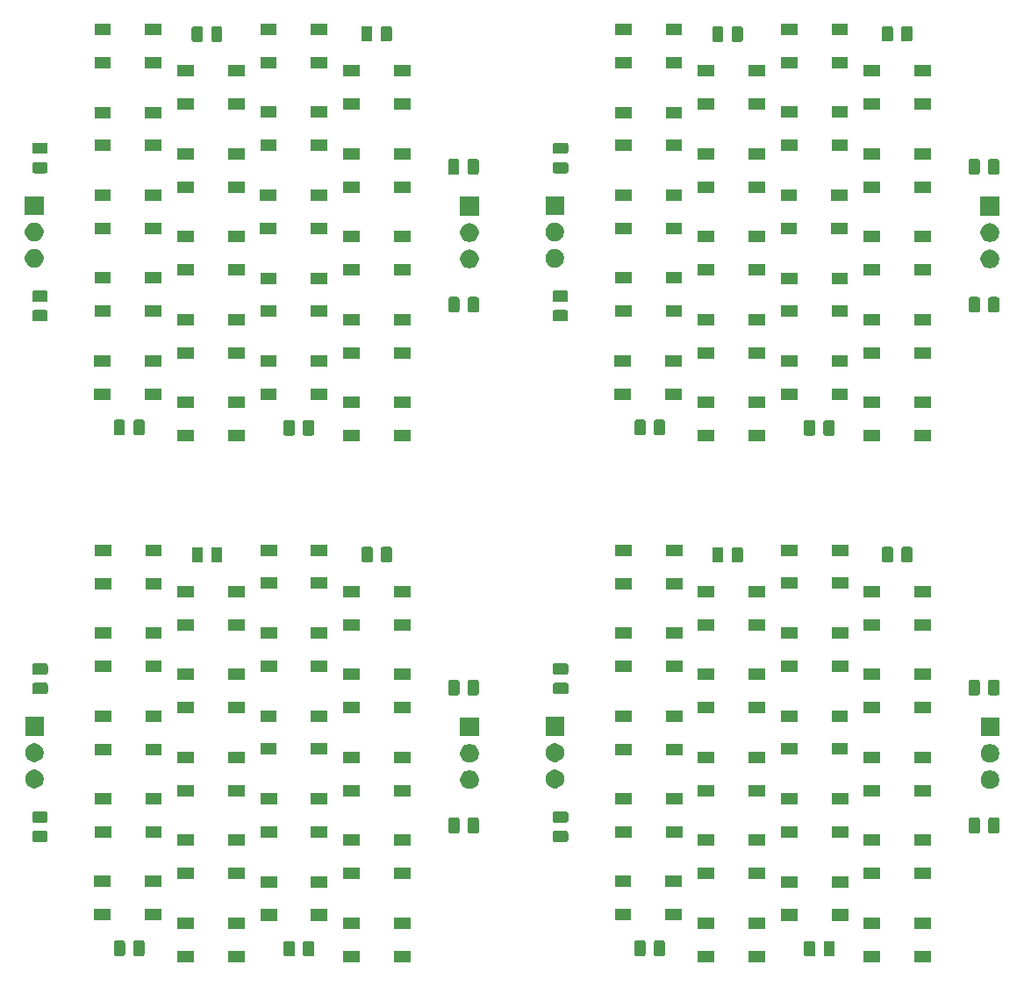
<source format=gbr>
G04 #@! TF.GenerationSoftware,KiCad,Pcbnew,(5.1.5)-3*
G04 #@! TF.CreationDate,2019-12-09T10:08:32+08:00*
G04 #@! TF.ProjectId,LED__,4c454495-7f2e-46b6-9963-61645f706362,rev?*
G04 #@! TF.SameCoordinates,Original*
G04 #@! TF.FileFunction,Soldermask,Top*
G04 #@! TF.FilePolarity,Negative*
%FSLAX46Y46*%
G04 Gerber Fmt 4.6, Leading zero omitted, Abs format (unit mm)*
G04 Created by KiCad (PCBNEW (5.1.5)-3) date 2019-12-09 10:08:32*
%MOMM*%
%LPD*%
G04 APERTURE LIST*
%ADD10C,0.100000*%
G04 APERTURE END LIST*
D10*
G36*
X179331000Y-142001000D02*
G01*
X177729000Y-142001000D01*
X177729000Y-140899000D01*
X179331000Y-140899000D01*
X179331000Y-142001000D01*
G37*
G36*
X113111000Y-142001000D02*
G01*
X111509000Y-142001000D01*
X111509000Y-140899000D01*
X113111000Y-140899000D01*
X113111000Y-142001000D01*
G37*
G36*
X108211000Y-142001000D02*
G01*
X106609000Y-142001000D01*
X106609000Y-140899000D01*
X108211000Y-140899000D01*
X108211000Y-142001000D01*
G37*
G36*
X129111000Y-142001000D02*
G01*
X127509000Y-142001000D01*
X127509000Y-140899000D01*
X129111000Y-140899000D01*
X129111000Y-142001000D01*
G37*
G36*
X124211000Y-142001000D02*
G01*
X122609000Y-142001000D01*
X122609000Y-140899000D01*
X124211000Y-140899000D01*
X124211000Y-142001000D01*
G37*
G36*
X174431000Y-142001000D02*
G01*
X172829000Y-142001000D01*
X172829000Y-140899000D01*
X174431000Y-140899000D01*
X174431000Y-142001000D01*
G37*
G36*
X163331000Y-142001000D02*
G01*
X161729000Y-142001000D01*
X161729000Y-140899000D01*
X163331000Y-140899000D01*
X163331000Y-142001000D01*
G37*
G36*
X158431000Y-142001000D02*
G01*
X156829000Y-142001000D01*
X156829000Y-140899000D01*
X158431000Y-140899000D01*
X158431000Y-142001000D01*
G37*
G36*
X169859468Y-139963565D02*
G01*
X169898138Y-139975296D01*
X169933777Y-139994346D01*
X169965017Y-140019983D01*
X169990654Y-140051223D01*
X170009704Y-140086862D01*
X170021435Y-140125532D01*
X170026000Y-140171888D01*
X170026000Y-141248112D01*
X170021435Y-141294468D01*
X170009704Y-141333138D01*
X169990654Y-141368777D01*
X169965017Y-141400017D01*
X169933777Y-141425654D01*
X169898138Y-141444704D01*
X169859468Y-141456435D01*
X169813112Y-141461000D01*
X169161888Y-141461000D01*
X169115532Y-141456435D01*
X169076862Y-141444704D01*
X169041223Y-141425654D01*
X169009983Y-141400017D01*
X168984346Y-141368777D01*
X168965296Y-141333138D01*
X168953565Y-141294468D01*
X168949000Y-141248112D01*
X168949000Y-140171888D01*
X168953565Y-140125532D01*
X168965296Y-140086862D01*
X168984346Y-140051223D01*
X169009983Y-140019983D01*
X169041223Y-139994346D01*
X169076862Y-139975296D01*
X169115532Y-139963565D01*
X169161888Y-139959000D01*
X169813112Y-139959000D01*
X169859468Y-139963565D01*
G37*
G36*
X167984468Y-139963565D02*
G01*
X168023138Y-139975296D01*
X168058777Y-139994346D01*
X168090017Y-140019983D01*
X168115654Y-140051223D01*
X168134704Y-140086862D01*
X168146435Y-140125532D01*
X168151000Y-140171888D01*
X168151000Y-141248112D01*
X168146435Y-141294468D01*
X168134704Y-141333138D01*
X168115654Y-141368777D01*
X168090017Y-141400017D01*
X168058777Y-141425654D01*
X168023138Y-141444704D01*
X167984468Y-141456435D01*
X167938112Y-141461000D01*
X167286888Y-141461000D01*
X167240532Y-141456435D01*
X167201862Y-141444704D01*
X167166223Y-141425654D01*
X167134983Y-141400017D01*
X167109346Y-141368777D01*
X167090296Y-141333138D01*
X167078565Y-141294468D01*
X167074000Y-141248112D01*
X167074000Y-140171888D01*
X167078565Y-140125532D01*
X167090296Y-140086862D01*
X167109346Y-140051223D01*
X167134983Y-140019983D01*
X167166223Y-139994346D01*
X167201862Y-139975296D01*
X167240532Y-139963565D01*
X167286888Y-139959000D01*
X167938112Y-139959000D01*
X167984468Y-139963565D01*
G37*
G36*
X119639468Y-139963565D02*
G01*
X119678138Y-139975296D01*
X119713777Y-139994346D01*
X119745017Y-140019983D01*
X119770654Y-140051223D01*
X119789704Y-140086862D01*
X119801435Y-140125532D01*
X119806000Y-140171888D01*
X119806000Y-141248112D01*
X119801435Y-141294468D01*
X119789704Y-141333138D01*
X119770654Y-141368777D01*
X119745017Y-141400017D01*
X119713777Y-141425654D01*
X119678138Y-141444704D01*
X119639468Y-141456435D01*
X119593112Y-141461000D01*
X118941888Y-141461000D01*
X118895532Y-141456435D01*
X118856862Y-141444704D01*
X118821223Y-141425654D01*
X118789983Y-141400017D01*
X118764346Y-141368777D01*
X118745296Y-141333138D01*
X118733565Y-141294468D01*
X118729000Y-141248112D01*
X118729000Y-140171888D01*
X118733565Y-140125532D01*
X118745296Y-140086862D01*
X118764346Y-140051223D01*
X118789983Y-140019983D01*
X118821223Y-139994346D01*
X118856862Y-139975296D01*
X118895532Y-139963565D01*
X118941888Y-139959000D01*
X119593112Y-139959000D01*
X119639468Y-139963565D01*
G37*
G36*
X117764468Y-139963565D02*
G01*
X117803138Y-139975296D01*
X117838777Y-139994346D01*
X117870017Y-140019983D01*
X117895654Y-140051223D01*
X117914704Y-140086862D01*
X117926435Y-140125532D01*
X117931000Y-140171888D01*
X117931000Y-141248112D01*
X117926435Y-141294468D01*
X117914704Y-141333138D01*
X117895654Y-141368777D01*
X117870017Y-141400017D01*
X117838777Y-141425654D01*
X117803138Y-141444704D01*
X117764468Y-141456435D01*
X117718112Y-141461000D01*
X117066888Y-141461000D01*
X117020532Y-141456435D01*
X116981862Y-141444704D01*
X116946223Y-141425654D01*
X116914983Y-141400017D01*
X116889346Y-141368777D01*
X116870296Y-141333138D01*
X116858565Y-141294468D01*
X116854000Y-141248112D01*
X116854000Y-140171888D01*
X116858565Y-140125532D01*
X116870296Y-140086862D01*
X116889346Y-140051223D01*
X116914983Y-140019983D01*
X116946223Y-139994346D01*
X116981862Y-139975296D01*
X117020532Y-139963565D01*
X117066888Y-139959000D01*
X117718112Y-139959000D01*
X117764468Y-139963565D01*
G37*
G36*
X103261968Y-139923565D02*
G01*
X103300638Y-139935296D01*
X103336277Y-139954346D01*
X103367517Y-139979983D01*
X103393154Y-140011223D01*
X103412204Y-140046862D01*
X103423935Y-140085532D01*
X103428500Y-140131888D01*
X103428500Y-141208112D01*
X103423935Y-141254468D01*
X103412204Y-141293138D01*
X103393154Y-141328777D01*
X103367517Y-141360017D01*
X103336277Y-141385654D01*
X103300638Y-141404704D01*
X103261968Y-141416435D01*
X103215612Y-141421000D01*
X102564388Y-141421000D01*
X102518032Y-141416435D01*
X102479362Y-141404704D01*
X102443723Y-141385654D01*
X102412483Y-141360017D01*
X102386846Y-141328777D01*
X102367796Y-141293138D01*
X102356065Y-141254468D01*
X102351500Y-141208112D01*
X102351500Y-140131888D01*
X102356065Y-140085532D01*
X102367796Y-140046862D01*
X102386846Y-140011223D01*
X102412483Y-139979983D01*
X102443723Y-139954346D01*
X102479362Y-139935296D01*
X102518032Y-139923565D01*
X102564388Y-139919000D01*
X103215612Y-139919000D01*
X103261968Y-139923565D01*
G37*
G36*
X153481968Y-139923565D02*
G01*
X153520638Y-139935296D01*
X153556277Y-139954346D01*
X153587517Y-139979983D01*
X153613154Y-140011223D01*
X153632204Y-140046862D01*
X153643935Y-140085532D01*
X153648500Y-140131888D01*
X153648500Y-141208112D01*
X153643935Y-141254468D01*
X153632204Y-141293138D01*
X153613154Y-141328777D01*
X153587517Y-141360017D01*
X153556277Y-141385654D01*
X153520638Y-141404704D01*
X153481968Y-141416435D01*
X153435612Y-141421000D01*
X152784388Y-141421000D01*
X152738032Y-141416435D01*
X152699362Y-141404704D01*
X152663723Y-141385654D01*
X152632483Y-141360017D01*
X152606846Y-141328777D01*
X152587796Y-141293138D01*
X152576065Y-141254468D01*
X152571500Y-141208112D01*
X152571500Y-140131888D01*
X152576065Y-140085532D01*
X152587796Y-140046862D01*
X152606846Y-140011223D01*
X152632483Y-139979983D01*
X152663723Y-139954346D01*
X152699362Y-139935296D01*
X152738032Y-139923565D01*
X152784388Y-139919000D01*
X153435612Y-139919000D01*
X153481968Y-139923565D01*
G37*
G36*
X151606968Y-139923565D02*
G01*
X151645638Y-139935296D01*
X151681277Y-139954346D01*
X151712517Y-139979983D01*
X151738154Y-140011223D01*
X151757204Y-140046862D01*
X151768935Y-140085532D01*
X151773500Y-140131888D01*
X151773500Y-141208112D01*
X151768935Y-141254468D01*
X151757204Y-141293138D01*
X151738154Y-141328777D01*
X151712517Y-141360017D01*
X151681277Y-141385654D01*
X151645638Y-141404704D01*
X151606968Y-141416435D01*
X151560612Y-141421000D01*
X150909388Y-141421000D01*
X150863032Y-141416435D01*
X150824362Y-141404704D01*
X150788723Y-141385654D01*
X150757483Y-141360017D01*
X150731846Y-141328777D01*
X150712796Y-141293138D01*
X150701065Y-141254468D01*
X150696500Y-141208112D01*
X150696500Y-140131888D01*
X150701065Y-140085532D01*
X150712796Y-140046862D01*
X150731846Y-140011223D01*
X150757483Y-139979983D01*
X150788723Y-139954346D01*
X150824362Y-139935296D01*
X150863032Y-139923565D01*
X150909388Y-139919000D01*
X151560612Y-139919000D01*
X151606968Y-139923565D01*
G37*
G36*
X101386968Y-139923565D02*
G01*
X101425638Y-139935296D01*
X101461277Y-139954346D01*
X101492517Y-139979983D01*
X101518154Y-140011223D01*
X101537204Y-140046862D01*
X101548935Y-140085532D01*
X101553500Y-140131888D01*
X101553500Y-141208112D01*
X101548935Y-141254468D01*
X101537204Y-141293138D01*
X101518154Y-141328777D01*
X101492517Y-141360017D01*
X101461277Y-141385654D01*
X101425638Y-141404704D01*
X101386968Y-141416435D01*
X101340612Y-141421000D01*
X100689388Y-141421000D01*
X100643032Y-141416435D01*
X100604362Y-141404704D01*
X100568723Y-141385654D01*
X100537483Y-141360017D01*
X100511846Y-141328777D01*
X100492796Y-141293138D01*
X100481065Y-141254468D01*
X100476500Y-141208112D01*
X100476500Y-140131888D01*
X100481065Y-140085532D01*
X100492796Y-140046862D01*
X100511846Y-140011223D01*
X100537483Y-139979983D01*
X100568723Y-139954346D01*
X100604362Y-139935296D01*
X100643032Y-139923565D01*
X100689388Y-139919000D01*
X101340612Y-139919000D01*
X101386968Y-139923565D01*
G37*
G36*
X124211000Y-138801000D02*
G01*
X122609000Y-138801000D01*
X122609000Y-137699000D01*
X124211000Y-137699000D01*
X124211000Y-138801000D01*
G37*
G36*
X163331000Y-138801000D02*
G01*
X161729000Y-138801000D01*
X161729000Y-137699000D01*
X163331000Y-137699000D01*
X163331000Y-138801000D01*
G37*
G36*
X174431000Y-138801000D02*
G01*
X172829000Y-138801000D01*
X172829000Y-137699000D01*
X174431000Y-137699000D01*
X174431000Y-138801000D01*
G37*
G36*
X179331000Y-138801000D02*
G01*
X177729000Y-138801000D01*
X177729000Y-137699000D01*
X179331000Y-137699000D01*
X179331000Y-138801000D01*
G37*
G36*
X113111000Y-138801000D02*
G01*
X111509000Y-138801000D01*
X111509000Y-137699000D01*
X113111000Y-137699000D01*
X113111000Y-138801000D01*
G37*
G36*
X158431000Y-138801000D02*
G01*
X156829000Y-138801000D01*
X156829000Y-137699000D01*
X158431000Y-137699000D01*
X158431000Y-138801000D01*
G37*
G36*
X108211000Y-138801000D02*
G01*
X106609000Y-138801000D01*
X106609000Y-137699000D01*
X108211000Y-137699000D01*
X108211000Y-138801000D01*
G37*
G36*
X129111000Y-138801000D02*
G01*
X127509000Y-138801000D01*
X127509000Y-137699000D01*
X129111000Y-137699000D01*
X129111000Y-138801000D01*
G37*
G36*
X171321000Y-138011000D02*
G01*
X169719000Y-138011000D01*
X169719000Y-136909000D01*
X171321000Y-136909000D01*
X171321000Y-138011000D01*
G37*
G36*
X166421000Y-138011000D02*
G01*
X164819000Y-138011000D01*
X164819000Y-136909000D01*
X166421000Y-136909000D01*
X166421000Y-138011000D01*
G37*
G36*
X116201000Y-138011000D02*
G01*
X114599000Y-138011000D01*
X114599000Y-136909000D01*
X116201000Y-136909000D01*
X116201000Y-138011000D01*
G37*
G36*
X121101000Y-138011000D02*
G01*
X119499000Y-138011000D01*
X119499000Y-136909000D01*
X121101000Y-136909000D01*
X121101000Y-138011000D01*
G37*
G36*
X150401000Y-137991000D02*
G01*
X148799000Y-137991000D01*
X148799000Y-136889000D01*
X150401000Y-136889000D01*
X150401000Y-137991000D01*
G37*
G36*
X105081000Y-137991000D02*
G01*
X103479000Y-137991000D01*
X103479000Y-136889000D01*
X105081000Y-136889000D01*
X105081000Y-137991000D01*
G37*
G36*
X100181000Y-137991000D02*
G01*
X98579000Y-137991000D01*
X98579000Y-136889000D01*
X100181000Y-136889000D01*
X100181000Y-137991000D01*
G37*
G36*
X155301000Y-137991000D02*
G01*
X153699000Y-137991000D01*
X153699000Y-136889000D01*
X155301000Y-136889000D01*
X155301000Y-137991000D01*
G37*
G36*
X116201000Y-134811000D02*
G01*
X114599000Y-134811000D01*
X114599000Y-133709000D01*
X116201000Y-133709000D01*
X116201000Y-134811000D01*
G37*
G36*
X121101000Y-134811000D02*
G01*
X119499000Y-134811000D01*
X119499000Y-133709000D01*
X121101000Y-133709000D01*
X121101000Y-134811000D01*
G37*
G36*
X171321000Y-134811000D02*
G01*
X169719000Y-134811000D01*
X169719000Y-133709000D01*
X171321000Y-133709000D01*
X171321000Y-134811000D01*
G37*
G36*
X166421000Y-134811000D02*
G01*
X164819000Y-134811000D01*
X164819000Y-133709000D01*
X166421000Y-133709000D01*
X166421000Y-134811000D01*
G37*
G36*
X150401000Y-134791000D02*
G01*
X148799000Y-134791000D01*
X148799000Y-133689000D01*
X150401000Y-133689000D01*
X150401000Y-134791000D01*
G37*
G36*
X155301000Y-134791000D02*
G01*
X153699000Y-134791000D01*
X153699000Y-133689000D01*
X155301000Y-133689000D01*
X155301000Y-134791000D01*
G37*
G36*
X105081000Y-134791000D02*
G01*
X103479000Y-134791000D01*
X103479000Y-133689000D01*
X105081000Y-133689000D01*
X105081000Y-134791000D01*
G37*
G36*
X100181000Y-134791000D02*
G01*
X98579000Y-134791000D01*
X98579000Y-133689000D01*
X100181000Y-133689000D01*
X100181000Y-134791000D01*
G37*
G36*
X158411000Y-134011000D02*
G01*
X156809000Y-134011000D01*
X156809000Y-132909000D01*
X158411000Y-132909000D01*
X158411000Y-134011000D01*
G37*
G36*
X163311000Y-134011000D02*
G01*
X161709000Y-134011000D01*
X161709000Y-132909000D01*
X163311000Y-132909000D01*
X163311000Y-134011000D01*
G37*
G36*
X113091000Y-134011000D02*
G01*
X111489000Y-134011000D01*
X111489000Y-132909000D01*
X113091000Y-132909000D01*
X113091000Y-134011000D01*
G37*
G36*
X108191000Y-134011000D02*
G01*
X106589000Y-134011000D01*
X106589000Y-132909000D01*
X108191000Y-132909000D01*
X108191000Y-134011000D01*
G37*
G36*
X174421000Y-134001000D02*
G01*
X172819000Y-134001000D01*
X172819000Y-132899000D01*
X174421000Y-132899000D01*
X174421000Y-134001000D01*
G37*
G36*
X179321000Y-134001000D02*
G01*
X177719000Y-134001000D01*
X177719000Y-132899000D01*
X179321000Y-132899000D01*
X179321000Y-134001000D01*
G37*
G36*
X129101000Y-134001000D02*
G01*
X127499000Y-134001000D01*
X127499000Y-132899000D01*
X129101000Y-132899000D01*
X129101000Y-134001000D01*
G37*
G36*
X124201000Y-134001000D02*
G01*
X122599000Y-134001000D01*
X122599000Y-132899000D01*
X124201000Y-132899000D01*
X124201000Y-134001000D01*
G37*
G36*
X158411000Y-130811000D02*
G01*
X156809000Y-130811000D01*
X156809000Y-129709000D01*
X158411000Y-129709000D01*
X158411000Y-130811000D01*
G37*
G36*
X163311000Y-130811000D02*
G01*
X161709000Y-130811000D01*
X161709000Y-129709000D01*
X163311000Y-129709000D01*
X163311000Y-130811000D01*
G37*
G36*
X108191000Y-130811000D02*
G01*
X106589000Y-130811000D01*
X106589000Y-129709000D01*
X108191000Y-129709000D01*
X108191000Y-130811000D01*
G37*
G36*
X113091000Y-130811000D02*
G01*
X111489000Y-130811000D01*
X111489000Y-129709000D01*
X113091000Y-129709000D01*
X113091000Y-130811000D01*
G37*
G36*
X129101000Y-130801000D02*
G01*
X127499000Y-130801000D01*
X127499000Y-129699000D01*
X129101000Y-129699000D01*
X129101000Y-130801000D01*
G37*
G36*
X179321000Y-130801000D02*
G01*
X177719000Y-130801000D01*
X177719000Y-129699000D01*
X179321000Y-129699000D01*
X179321000Y-130801000D01*
G37*
G36*
X124201000Y-130801000D02*
G01*
X122599000Y-130801000D01*
X122599000Y-129699000D01*
X124201000Y-129699000D01*
X124201000Y-130801000D01*
G37*
G36*
X174421000Y-130801000D02*
G01*
X172819000Y-130801000D01*
X172819000Y-129699000D01*
X174421000Y-129699000D01*
X174421000Y-130801000D01*
G37*
G36*
X93924468Y-129336065D02*
G01*
X93963138Y-129347796D01*
X93998777Y-129366846D01*
X94030017Y-129392483D01*
X94055654Y-129423723D01*
X94074704Y-129459362D01*
X94086435Y-129498032D01*
X94091000Y-129544388D01*
X94091000Y-130195612D01*
X94086435Y-130241968D01*
X94074704Y-130280638D01*
X94055654Y-130316277D01*
X94030017Y-130347517D01*
X93998777Y-130373154D01*
X93963138Y-130392204D01*
X93924468Y-130403935D01*
X93878112Y-130408500D01*
X92801888Y-130408500D01*
X92755532Y-130403935D01*
X92716862Y-130392204D01*
X92681223Y-130373154D01*
X92649983Y-130347517D01*
X92624346Y-130316277D01*
X92605296Y-130280638D01*
X92593565Y-130241968D01*
X92589000Y-130195612D01*
X92589000Y-129544388D01*
X92593565Y-129498032D01*
X92605296Y-129459362D01*
X92624346Y-129423723D01*
X92649983Y-129392483D01*
X92681223Y-129366846D01*
X92716862Y-129347796D01*
X92755532Y-129336065D01*
X92801888Y-129331500D01*
X93878112Y-129331500D01*
X93924468Y-129336065D01*
G37*
G36*
X144144468Y-129336065D02*
G01*
X144183138Y-129347796D01*
X144218777Y-129366846D01*
X144250017Y-129392483D01*
X144275654Y-129423723D01*
X144294704Y-129459362D01*
X144306435Y-129498032D01*
X144311000Y-129544388D01*
X144311000Y-130195612D01*
X144306435Y-130241968D01*
X144294704Y-130280638D01*
X144275654Y-130316277D01*
X144250017Y-130347517D01*
X144218777Y-130373154D01*
X144183138Y-130392204D01*
X144144468Y-130403935D01*
X144098112Y-130408500D01*
X143021888Y-130408500D01*
X142975532Y-130403935D01*
X142936862Y-130392204D01*
X142901223Y-130373154D01*
X142869983Y-130347517D01*
X142844346Y-130316277D01*
X142825296Y-130280638D01*
X142813565Y-130241968D01*
X142809000Y-130195612D01*
X142809000Y-129544388D01*
X142813565Y-129498032D01*
X142825296Y-129459362D01*
X142844346Y-129423723D01*
X142869983Y-129392483D01*
X142901223Y-129366846D01*
X142936862Y-129347796D01*
X142975532Y-129336065D01*
X143021888Y-129331500D01*
X144098112Y-129331500D01*
X144144468Y-129336065D01*
G37*
G36*
X171321000Y-130011000D02*
G01*
X169719000Y-130011000D01*
X169719000Y-128909000D01*
X171321000Y-128909000D01*
X171321000Y-130011000D01*
G37*
G36*
X166421000Y-130011000D02*
G01*
X164819000Y-130011000D01*
X164819000Y-128909000D01*
X166421000Y-128909000D01*
X166421000Y-130011000D01*
G37*
G36*
X121101000Y-130011000D02*
G01*
X119499000Y-130011000D01*
X119499000Y-128909000D01*
X121101000Y-128909000D01*
X121101000Y-130011000D01*
G37*
G36*
X116201000Y-130011000D02*
G01*
X114599000Y-130011000D01*
X114599000Y-128909000D01*
X116201000Y-128909000D01*
X116201000Y-130011000D01*
G37*
G36*
X150421000Y-130001000D02*
G01*
X148819000Y-130001000D01*
X148819000Y-128899000D01*
X150421000Y-128899000D01*
X150421000Y-130001000D01*
G37*
G36*
X155321000Y-130001000D02*
G01*
X153719000Y-130001000D01*
X153719000Y-128899000D01*
X155321000Y-128899000D01*
X155321000Y-130001000D01*
G37*
G36*
X105101000Y-130001000D02*
G01*
X103499000Y-130001000D01*
X103499000Y-128899000D01*
X105101000Y-128899000D01*
X105101000Y-130001000D01*
G37*
G36*
X100201000Y-130001000D02*
G01*
X98599000Y-130001000D01*
X98599000Y-128899000D01*
X100201000Y-128899000D01*
X100201000Y-130001000D01*
G37*
G36*
X135529468Y-128073565D02*
G01*
X135568138Y-128085296D01*
X135603777Y-128104346D01*
X135635017Y-128129983D01*
X135660654Y-128161223D01*
X135679704Y-128196862D01*
X135691435Y-128235532D01*
X135696000Y-128281888D01*
X135696000Y-129358112D01*
X135691435Y-129404468D01*
X135679704Y-129443138D01*
X135660654Y-129478777D01*
X135635017Y-129510017D01*
X135603777Y-129535654D01*
X135568138Y-129554704D01*
X135529468Y-129566435D01*
X135483112Y-129571000D01*
X134831888Y-129571000D01*
X134785532Y-129566435D01*
X134746862Y-129554704D01*
X134711223Y-129535654D01*
X134679983Y-129510017D01*
X134654346Y-129478777D01*
X134635296Y-129443138D01*
X134623565Y-129404468D01*
X134619000Y-129358112D01*
X134619000Y-128281888D01*
X134623565Y-128235532D01*
X134635296Y-128196862D01*
X134654346Y-128161223D01*
X134679983Y-128129983D01*
X134711223Y-128104346D01*
X134746862Y-128085296D01*
X134785532Y-128073565D01*
X134831888Y-128069000D01*
X135483112Y-128069000D01*
X135529468Y-128073565D01*
G37*
G36*
X133654468Y-128073565D02*
G01*
X133693138Y-128085296D01*
X133728777Y-128104346D01*
X133760017Y-128129983D01*
X133785654Y-128161223D01*
X133804704Y-128196862D01*
X133816435Y-128235532D01*
X133821000Y-128281888D01*
X133821000Y-129358112D01*
X133816435Y-129404468D01*
X133804704Y-129443138D01*
X133785654Y-129478777D01*
X133760017Y-129510017D01*
X133728777Y-129535654D01*
X133693138Y-129554704D01*
X133654468Y-129566435D01*
X133608112Y-129571000D01*
X132956888Y-129571000D01*
X132910532Y-129566435D01*
X132871862Y-129554704D01*
X132836223Y-129535654D01*
X132804983Y-129510017D01*
X132779346Y-129478777D01*
X132760296Y-129443138D01*
X132748565Y-129404468D01*
X132744000Y-129358112D01*
X132744000Y-128281888D01*
X132748565Y-128235532D01*
X132760296Y-128196862D01*
X132779346Y-128161223D01*
X132804983Y-128129983D01*
X132836223Y-128104346D01*
X132871862Y-128085296D01*
X132910532Y-128073565D01*
X132956888Y-128069000D01*
X133608112Y-128069000D01*
X133654468Y-128073565D01*
G37*
G36*
X185749468Y-128073565D02*
G01*
X185788138Y-128085296D01*
X185823777Y-128104346D01*
X185855017Y-128129983D01*
X185880654Y-128161223D01*
X185899704Y-128196862D01*
X185911435Y-128235532D01*
X185916000Y-128281888D01*
X185916000Y-129358112D01*
X185911435Y-129404468D01*
X185899704Y-129443138D01*
X185880654Y-129478777D01*
X185855017Y-129510017D01*
X185823777Y-129535654D01*
X185788138Y-129554704D01*
X185749468Y-129566435D01*
X185703112Y-129571000D01*
X185051888Y-129571000D01*
X185005532Y-129566435D01*
X184966862Y-129554704D01*
X184931223Y-129535654D01*
X184899983Y-129510017D01*
X184874346Y-129478777D01*
X184855296Y-129443138D01*
X184843565Y-129404468D01*
X184839000Y-129358112D01*
X184839000Y-128281888D01*
X184843565Y-128235532D01*
X184855296Y-128196862D01*
X184874346Y-128161223D01*
X184899983Y-128129983D01*
X184931223Y-128104346D01*
X184966862Y-128085296D01*
X185005532Y-128073565D01*
X185051888Y-128069000D01*
X185703112Y-128069000D01*
X185749468Y-128073565D01*
G37*
G36*
X183874468Y-128073565D02*
G01*
X183913138Y-128085296D01*
X183948777Y-128104346D01*
X183980017Y-128129983D01*
X184005654Y-128161223D01*
X184024704Y-128196862D01*
X184036435Y-128235532D01*
X184041000Y-128281888D01*
X184041000Y-129358112D01*
X184036435Y-129404468D01*
X184024704Y-129443138D01*
X184005654Y-129478777D01*
X183980017Y-129510017D01*
X183948777Y-129535654D01*
X183913138Y-129554704D01*
X183874468Y-129566435D01*
X183828112Y-129571000D01*
X183176888Y-129571000D01*
X183130532Y-129566435D01*
X183091862Y-129554704D01*
X183056223Y-129535654D01*
X183024983Y-129510017D01*
X182999346Y-129478777D01*
X182980296Y-129443138D01*
X182968565Y-129404468D01*
X182964000Y-129358112D01*
X182964000Y-128281888D01*
X182968565Y-128235532D01*
X182980296Y-128196862D01*
X182999346Y-128161223D01*
X183024983Y-128129983D01*
X183056223Y-128104346D01*
X183091862Y-128085296D01*
X183130532Y-128073565D01*
X183176888Y-128069000D01*
X183828112Y-128069000D01*
X183874468Y-128073565D01*
G37*
G36*
X93924468Y-127461065D02*
G01*
X93963138Y-127472796D01*
X93998777Y-127491846D01*
X94030017Y-127517483D01*
X94055654Y-127548723D01*
X94074704Y-127584362D01*
X94086435Y-127623032D01*
X94091000Y-127669388D01*
X94091000Y-128320612D01*
X94086435Y-128366968D01*
X94074704Y-128405638D01*
X94055654Y-128441277D01*
X94030017Y-128472517D01*
X93998777Y-128498154D01*
X93963138Y-128517204D01*
X93924468Y-128528935D01*
X93878112Y-128533500D01*
X92801888Y-128533500D01*
X92755532Y-128528935D01*
X92716862Y-128517204D01*
X92681223Y-128498154D01*
X92649983Y-128472517D01*
X92624346Y-128441277D01*
X92605296Y-128405638D01*
X92593565Y-128366968D01*
X92589000Y-128320612D01*
X92589000Y-127669388D01*
X92593565Y-127623032D01*
X92605296Y-127584362D01*
X92624346Y-127548723D01*
X92649983Y-127517483D01*
X92681223Y-127491846D01*
X92716862Y-127472796D01*
X92755532Y-127461065D01*
X92801888Y-127456500D01*
X93878112Y-127456500D01*
X93924468Y-127461065D01*
G37*
G36*
X144144468Y-127461065D02*
G01*
X144183138Y-127472796D01*
X144218777Y-127491846D01*
X144250017Y-127517483D01*
X144275654Y-127548723D01*
X144294704Y-127584362D01*
X144306435Y-127623032D01*
X144311000Y-127669388D01*
X144311000Y-128320612D01*
X144306435Y-128366968D01*
X144294704Y-128405638D01*
X144275654Y-128441277D01*
X144250017Y-128472517D01*
X144218777Y-128498154D01*
X144183138Y-128517204D01*
X144144468Y-128528935D01*
X144098112Y-128533500D01*
X143021888Y-128533500D01*
X142975532Y-128528935D01*
X142936862Y-128517204D01*
X142901223Y-128498154D01*
X142869983Y-128472517D01*
X142844346Y-128441277D01*
X142825296Y-128405638D01*
X142813565Y-128366968D01*
X142809000Y-128320612D01*
X142809000Y-127669388D01*
X142813565Y-127623032D01*
X142825296Y-127584362D01*
X142844346Y-127548723D01*
X142869983Y-127517483D01*
X142901223Y-127491846D01*
X142936862Y-127472796D01*
X142975532Y-127461065D01*
X143021888Y-127456500D01*
X144098112Y-127456500D01*
X144144468Y-127461065D01*
G37*
G36*
X166421000Y-126811000D02*
G01*
X164819000Y-126811000D01*
X164819000Y-125709000D01*
X166421000Y-125709000D01*
X166421000Y-126811000D01*
G37*
G36*
X171321000Y-126811000D02*
G01*
X169719000Y-126811000D01*
X169719000Y-125709000D01*
X171321000Y-125709000D01*
X171321000Y-126811000D01*
G37*
G36*
X116201000Y-126811000D02*
G01*
X114599000Y-126811000D01*
X114599000Y-125709000D01*
X116201000Y-125709000D01*
X116201000Y-126811000D01*
G37*
G36*
X121101000Y-126811000D02*
G01*
X119499000Y-126811000D01*
X119499000Y-125709000D01*
X121101000Y-125709000D01*
X121101000Y-126811000D01*
G37*
G36*
X105101000Y-126801000D02*
G01*
X103499000Y-126801000D01*
X103499000Y-125699000D01*
X105101000Y-125699000D01*
X105101000Y-126801000D01*
G37*
G36*
X100201000Y-126801000D02*
G01*
X98599000Y-126801000D01*
X98599000Y-125699000D01*
X100201000Y-125699000D01*
X100201000Y-126801000D01*
G37*
G36*
X155321000Y-126801000D02*
G01*
X153719000Y-126801000D01*
X153719000Y-125699000D01*
X155321000Y-125699000D01*
X155321000Y-126801000D01*
G37*
G36*
X150421000Y-126801000D02*
G01*
X148819000Y-126801000D01*
X148819000Y-125699000D01*
X150421000Y-125699000D01*
X150421000Y-126801000D01*
G37*
G36*
X158421000Y-126011000D02*
G01*
X156819000Y-126011000D01*
X156819000Y-124909000D01*
X158421000Y-124909000D01*
X158421000Y-126011000D01*
G37*
G36*
X113101000Y-126011000D02*
G01*
X111499000Y-126011000D01*
X111499000Y-124909000D01*
X113101000Y-124909000D01*
X113101000Y-126011000D01*
G37*
G36*
X163321000Y-126011000D02*
G01*
X161719000Y-126011000D01*
X161719000Y-124909000D01*
X163321000Y-124909000D01*
X163321000Y-126011000D01*
G37*
G36*
X108201000Y-126011000D02*
G01*
X106599000Y-126011000D01*
X106599000Y-124909000D01*
X108201000Y-124909000D01*
X108201000Y-126011000D01*
G37*
G36*
X124211000Y-126001000D02*
G01*
X122609000Y-126001000D01*
X122609000Y-124899000D01*
X124211000Y-124899000D01*
X124211000Y-126001000D01*
G37*
G36*
X129111000Y-126001000D02*
G01*
X127509000Y-126001000D01*
X127509000Y-124899000D01*
X129111000Y-124899000D01*
X129111000Y-126001000D01*
G37*
G36*
X179331000Y-126001000D02*
G01*
X177729000Y-126001000D01*
X177729000Y-124899000D01*
X179331000Y-124899000D01*
X179331000Y-126001000D01*
G37*
G36*
X174431000Y-126001000D02*
G01*
X172829000Y-126001000D01*
X172829000Y-124899000D01*
X174431000Y-124899000D01*
X174431000Y-126001000D01*
G37*
G36*
X185123512Y-123503927D02*
G01*
X185272812Y-123533624D01*
X185436784Y-123601544D01*
X185584354Y-123700147D01*
X185709853Y-123825646D01*
X185808456Y-123973216D01*
X185876376Y-124137188D01*
X185911000Y-124311259D01*
X185911000Y-124488741D01*
X185876376Y-124662812D01*
X185808456Y-124826784D01*
X185709853Y-124974354D01*
X185584354Y-125099853D01*
X185436784Y-125198456D01*
X185272812Y-125266376D01*
X185123512Y-125296073D01*
X185098742Y-125301000D01*
X184921258Y-125301000D01*
X184896488Y-125296073D01*
X184747188Y-125266376D01*
X184583216Y-125198456D01*
X184435646Y-125099853D01*
X184310147Y-124974354D01*
X184211544Y-124826784D01*
X184143624Y-124662812D01*
X184109000Y-124488741D01*
X184109000Y-124311259D01*
X184143624Y-124137188D01*
X184211544Y-123973216D01*
X184310147Y-123825646D01*
X184435646Y-123700147D01*
X184583216Y-123601544D01*
X184747188Y-123533624D01*
X184896488Y-123503927D01*
X184921258Y-123499000D01*
X185098742Y-123499000D01*
X185123512Y-123503927D01*
G37*
G36*
X134903512Y-123503927D02*
G01*
X135052812Y-123533624D01*
X135216784Y-123601544D01*
X135364354Y-123700147D01*
X135489853Y-123825646D01*
X135588456Y-123973216D01*
X135656376Y-124137188D01*
X135691000Y-124311259D01*
X135691000Y-124488741D01*
X135656376Y-124662812D01*
X135588456Y-124826784D01*
X135489853Y-124974354D01*
X135364354Y-125099853D01*
X135216784Y-125198456D01*
X135052812Y-125266376D01*
X134903512Y-125296073D01*
X134878742Y-125301000D01*
X134701258Y-125301000D01*
X134676488Y-125296073D01*
X134527188Y-125266376D01*
X134363216Y-125198456D01*
X134215646Y-125099853D01*
X134090147Y-124974354D01*
X133991544Y-124826784D01*
X133923624Y-124662812D01*
X133889000Y-124488741D01*
X133889000Y-124311259D01*
X133923624Y-124137188D01*
X133991544Y-123973216D01*
X134090147Y-123825646D01*
X134215646Y-123700147D01*
X134363216Y-123601544D01*
X134527188Y-123533624D01*
X134676488Y-123503927D01*
X134701258Y-123499000D01*
X134878742Y-123499000D01*
X134903512Y-123503927D01*
G37*
G36*
X143133512Y-123443927D02*
G01*
X143282812Y-123473624D01*
X143446784Y-123541544D01*
X143594354Y-123640147D01*
X143719853Y-123765646D01*
X143818456Y-123913216D01*
X143886376Y-124077188D01*
X143921000Y-124251259D01*
X143921000Y-124428741D01*
X143886376Y-124602812D01*
X143818456Y-124766784D01*
X143719853Y-124914354D01*
X143594354Y-125039853D01*
X143446784Y-125138456D01*
X143282812Y-125206376D01*
X143133512Y-125236073D01*
X143108742Y-125241000D01*
X142931258Y-125241000D01*
X142906488Y-125236073D01*
X142757188Y-125206376D01*
X142593216Y-125138456D01*
X142445646Y-125039853D01*
X142320147Y-124914354D01*
X142221544Y-124766784D01*
X142153624Y-124602812D01*
X142119000Y-124428741D01*
X142119000Y-124251259D01*
X142153624Y-124077188D01*
X142221544Y-123913216D01*
X142320147Y-123765646D01*
X142445646Y-123640147D01*
X142593216Y-123541544D01*
X142757188Y-123473624D01*
X142906488Y-123443927D01*
X142931258Y-123439000D01*
X143108742Y-123439000D01*
X143133512Y-123443927D01*
G37*
G36*
X92913512Y-123443927D02*
G01*
X93062812Y-123473624D01*
X93226784Y-123541544D01*
X93374354Y-123640147D01*
X93499853Y-123765646D01*
X93598456Y-123913216D01*
X93666376Y-124077188D01*
X93701000Y-124251259D01*
X93701000Y-124428741D01*
X93666376Y-124602812D01*
X93598456Y-124766784D01*
X93499853Y-124914354D01*
X93374354Y-125039853D01*
X93226784Y-125138456D01*
X93062812Y-125206376D01*
X92913512Y-125236073D01*
X92888742Y-125241000D01*
X92711258Y-125241000D01*
X92686488Y-125236073D01*
X92537188Y-125206376D01*
X92373216Y-125138456D01*
X92225646Y-125039853D01*
X92100147Y-124914354D01*
X92001544Y-124766784D01*
X91933624Y-124602812D01*
X91899000Y-124428741D01*
X91899000Y-124251259D01*
X91933624Y-124077188D01*
X92001544Y-123913216D01*
X92100147Y-123765646D01*
X92225646Y-123640147D01*
X92373216Y-123541544D01*
X92537188Y-123473624D01*
X92686488Y-123443927D01*
X92711258Y-123439000D01*
X92888742Y-123439000D01*
X92913512Y-123443927D01*
G37*
G36*
X113101000Y-122811000D02*
G01*
X111499000Y-122811000D01*
X111499000Y-121709000D01*
X113101000Y-121709000D01*
X113101000Y-122811000D01*
G37*
G36*
X163321000Y-122811000D02*
G01*
X161719000Y-122811000D01*
X161719000Y-121709000D01*
X163321000Y-121709000D01*
X163321000Y-122811000D01*
G37*
G36*
X108201000Y-122811000D02*
G01*
X106599000Y-122811000D01*
X106599000Y-121709000D01*
X108201000Y-121709000D01*
X108201000Y-122811000D01*
G37*
G36*
X158421000Y-122811000D02*
G01*
X156819000Y-122811000D01*
X156819000Y-121709000D01*
X158421000Y-121709000D01*
X158421000Y-122811000D01*
G37*
G36*
X129111000Y-122801000D02*
G01*
X127509000Y-122801000D01*
X127509000Y-121699000D01*
X129111000Y-121699000D01*
X129111000Y-122801000D01*
G37*
G36*
X124211000Y-122801000D02*
G01*
X122609000Y-122801000D01*
X122609000Y-121699000D01*
X124211000Y-121699000D01*
X124211000Y-122801000D01*
G37*
G36*
X179331000Y-122801000D02*
G01*
X177729000Y-122801000D01*
X177729000Y-121699000D01*
X179331000Y-121699000D01*
X179331000Y-122801000D01*
G37*
G36*
X174431000Y-122801000D02*
G01*
X172829000Y-122801000D01*
X172829000Y-121699000D01*
X174431000Y-121699000D01*
X174431000Y-122801000D01*
G37*
G36*
X185123512Y-120963927D02*
G01*
X185272812Y-120993624D01*
X185436784Y-121061544D01*
X185584354Y-121160147D01*
X185709853Y-121285646D01*
X185808456Y-121433216D01*
X185876376Y-121597188D01*
X185911000Y-121771259D01*
X185911000Y-121948741D01*
X185876376Y-122122812D01*
X185808456Y-122286784D01*
X185709853Y-122434354D01*
X185584354Y-122559853D01*
X185436784Y-122658456D01*
X185272812Y-122726376D01*
X185123512Y-122756073D01*
X185098742Y-122761000D01*
X184921258Y-122761000D01*
X184896488Y-122756073D01*
X184747188Y-122726376D01*
X184583216Y-122658456D01*
X184435646Y-122559853D01*
X184310147Y-122434354D01*
X184211544Y-122286784D01*
X184143624Y-122122812D01*
X184109000Y-121948741D01*
X184109000Y-121771259D01*
X184143624Y-121597188D01*
X184211544Y-121433216D01*
X184310147Y-121285646D01*
X184435646Y-121160147D01*
X184583216Y-121061544D01*
X184747188Y-120993624D01*
X184896488Y-120963927D01*
X184921258Y-120959000D01*
X185098742Y-120959000D01*
X185123512Y-120963927D01*
G37*
G36*
X134903512Y-120963927D02*
G01*
X135052812Y-120993624D01*
X135216784Y-121061544D01*
X135364354Y-121160147D01*
X135489853Y-121285646D01*
X135588456Y-121433216D01*
X135656376Y-121597188D01*
X135691000Y-121771259D01*
X135691000Y-121948741D01*
X135656376Y-122122812D01*
X135588456Y-122286784D01*
X135489853Y-122434354D01*
X135364354Y-122559853D01*
X135216784Y-122658456D01*
X135052812Y-122726376D01*
X134903512Y-122756073D01*
X134878742Y-122761000D01*
X134701258Y-122761000D01*
X134676488Y-122756073D01*
X134527188Y-122726376D01*
X134363216Y-122658456D01*
X134215646Y-122559853D01*
X134090147Y-122434354D01*
X133991544Y-122286784D01*
X133923624Y-122122812D01*
X133889000Y-121948741D01*
X133889000Y-121771259D01*
X133923624Y-121597188D01*
X133991544Y-121433216D01*
X134090147Y-121285646D01*
X134215646Y-121160147D01*
X134363216Y-121061544D01*
X134527188Y-120993624D01*
X134676488Y-120963927D01*
X134701258Y-120959000D01*
X134878742Y-120959000D01*
X134903512Y-120963927D01*
G37*
G36*
X92913512Y-120903927D02*
G01*
X93062812Y-120933624D01*
X93226784Y-121001544D01*
X93374354Y-121100147D01*
X93499853Y-121225646D01*
X93598456Y-121373216D01*
X93666376Y-121537188D01*
X93701000Y-121711259D01*
X93701000Y-121888741D01*
X93666376Y-122062812D01*
X93598456Y-122226784D01*
X93499853Y-122374354D01*
X93374354Y-122499853D01*
X93226784Y-122598456D01*
X93062812Y-122666376D01*
X92913512Y-122696073D01*
X92888742Y-122701000D01*
X92711258Y-122701000D01*
X92686488Y-122696073D01*
X92537188Y-122666376D01*
X92373216Y-122598456D01*
X92225646Y-122499853D01*
X92100147Y-122374354D01*
X92001544Y-122226784D01*
X91933624Y-122062812D01*
X91899000Y-121888741D01*
X91899000Y-121711259D01*
X91933624Y-121537188D01*
X92001544Y-121373216D01*
X92100147Y-121225646D01*
X92225646Y-121100147D01*
X92373216Y-121001544D01*
X92537188Y-120933624D01*
X92686488Y-120903927D01*
X92711258Y-120899000D01*
X92888742Y-120899000D01*
X92913512Y-120903927D01*
G37*
G36*
X143133512Y-120903927D02*
G01*
X143282812Y-120933624D01*
X143446784Y-121001544D01*
X143594354Y-121100147D01*
X143719853Y-121225646D01*
X143818456Y-121373216D01*
X143886376Y-121537188D01*
X143921000Y-121711259D01*
X143921000Y-121888741D01*
X143886376Y-122062812D01*
X143818456Y-122226784D01*
X143719853Y-122374354D01*
X143594354Y-122499853D01*
X143446784Y-122598456D01*
X143282812Y-122666376D01*
X143133512Y-122696073D01*
X143108742Y-122701000D01*
X142931258Y-122701000D01*
X142906488Y-122696073D01*
X142757188Y-122666376D01*
X142593216Y-122598456D01*
X142445646Y-122499853D01*
X142320147Y-122374354D01*
X142221544Y-122226784D01*
X142153624Y-122062812D01*
X142119000Y-121888741D01*
X142119000Y-121711259D01*
X142153624Y-121537188D01*
X142221544Y-121373216D01*
X142320147Y-121225646D01*
X142445646Y-121100147D01*
X142593216Y-121001544D01*
X142757188Y-120933624D01*
X142906488Y-120903927D01*
X142931258Y-120899000D01*
X143108742Y-120899000D01*
X143133512Y-120903927D01*
G37*
G36*
X155321000Y-122011000D02*
G01*
X153719000Y-122011000D01*
X153719000Y-120909000D01*
X155321000Y-120909000D01*
X155321000Y-122011000D01*
G37*
G36*
X105101000Y-122011000D02*
G01*
X103499000Y-122011000D01*
X103499000Y-120909000D01*
X105101000Y-120909000D01*
X105101000Y-122011000D01*
G37*
G36*
X150421000Y-122011000D02*
G01*
X148819000Y-122011000D01*
X148819000Y-120909000D01*
X150421000Y-120909000D01*
X150421000Y-122011000D01*
G37*
G36*
X100201000Y-122011000D02*
G01*
X98599000Y-122011000D01*
X98599000Y-120909000D01*
X100201000Y-120909000D01*
X100201000Y-122011000D01*
G37*
G36*
X166411000Y-122001000D02*
G01*
X164809000Y-122001000D01*
X164809000Y-120899000D01*
X166411000Y-120899000D01*
X166411000Y-122001000D01*
G37*
G36*
X116191000Y-122001000D02*
G01*
X114589000Y-122001000D01*
X114589000Y-120899000D01*
X116191000Y-120899000D01*
X116191000Y-122001000D01*
G37*
G36*
X121091000Y-122001000D02*
G01*
X119489000Y-122001000D01*
X119489000Y-120899000D01*
X121091000Y-120899000D01*
X121091000Y-122001000D01*
G37*
G36*
X171311000Y-122001000D02*
G01*
X169709000Y-122001000D01*
X169709000Y-120899000D01*
X171311000Y-120899000D01*
X171311000Y-122001000D01*
G37*
G36*
X185911000Y-120221000D02*
G01*
X184109000Y-120221000D01*
X184109000Y-118419000D01*
X185911000Y-118419000D01*
X185911000Y-120221000D01*
G37*
G36*
X135691000Y-120221000D02*
G01*
X133889000Y-120221000D01*
X133889000Y-118419000D01*
X135691000Y-118419000D01*
X135691000Y-120221000D01*
G37*
G36*
X143921000Y-120161000D02*
G01*
X142119000Y-120161000D01*
X142119000Y-118359000D01*
X143921000Y-118359000D01*
X143921000Y-120161000D01*
G37*
G36*
X93701000Y-120161000D02*
G01*
X91899000Y-120161000D01*
X91899000Y-118359000D01*
X93701000Y-118359000D01*
X93701000Y-120161000D01*
G37*
G36*
X150421000Y-118811000D02*
G01*
X148819000Y-118811000D01*
X148819000Y-117709000D01*
X150421000Y-117709000D01*
X150421000Y-118811000D01*
G37*
G36*
X105101000Y-118811000D02*
G01*
X103499000Y-118811000D01*
X103499000Y-117709000D01*
X105101000Y-117709000D01*
X105101000Y-118811000D01*
G37*
G36*
X155321000Y-118811000D02*
G01*
X153719000Y-118811000D01*
X153719000Y-117709000D01*
X155321000Y-117709000D01*
X155321000Y-118811000D01*
G37*
G36*
X100201000Y-118811000D02*
G01*
X98599000Y-118811000D01*
X98599000Y-117709000D01*
X100201000Y-117709000D01*
X100201000Y-118811000D01*
G37*
G36*
X121091000Y-118801000D02*
G01*
X119489000Y-118801000D01*
X119489000Y-117699000D01*
X121091000Y-117699000D01*
X121091000Y-118801000D01*
G37*
G36*
X116191000Y-118801000D02*
G01*
X114589000Y-118801000D01*
X114589000Y-117699000D01*
X116191000Y-117699000D01*
X116191000Y-118801000D01*
G37*
G36*
X166411000Y-118801000D02*
G01*
X164809000Y-118801000D01*
X164809000Y-117699000D01*
X166411000Y-117699000D01*
X166411000Y-118801000D01*
G37*
G36*
X171311000Y-118801000D02*
G01*
X169709000Y-118801000D01*
X169709000Y-117699000D01*
X171311000Y-117699000D01*
X171311000Y-118801000D01*
G37*
G36*
X108191000Y-118011000D02*
G01*
X106589000Y-118011000D01*
X106589000Y-116909000D01*
X108191000Y-116909000D01*
X108191000Y-118011000D01*
G37*
G36*
X174431000Y-118011000D02*
G01*
X172829000Y-118011000D01*
X172829000Y-116909000D01*
X174431000Y-116909000D01*
X174431000Y-118011000D01*
G37*
G36*
X179331000Y-118011000D02*
G01*
X177729000Y-118011000D01*
X177729000Y-116909000D01*
X179331000Y-116909000D01*
X179331000Y-118011000D01*
G37*
G36*
X124211000Y-118011000D02*
G01*
X122609000Y-118011000D01*
X122609000Y-116909000D01*
X124211000Y-116909000D01*
X124211000Y-118011000D01*
G37*
G36*
X129111000Y-118011000D02*
G01*
X127509000Y-118011000D01*
X127509000Y-116909000D01*
X129111000Y-116909000D01*
X129111000Y-118011000D01*
G37*
G36*
X163311000Y-118011000D02*
G01*
X161709000Y-118011000D01*
X161709000Y-116909000D01*
X163311000Y-116909000D01*
X163311000Y-118011000D01*
G37*
G36*
X158411000Y-118011000D02*
G01*
X156809000Y-118011000D01*
X156809000Y-116909000D01*
X158411000Y-116909000D01*
X158411000Y-118011000D01*
G37*
G36*
X113091000Y-118011000D02*
G01*
X111489000Y-118011000D01*
X111489000Y-116909000D01*
X113091000Y-116909000D01*
X113091000Y-118011000D01*
G37*
G36*
X183864468Y-114763565D02*
G01*
X183903138Y-114775296D01*
X183938777Y-114794346D01*
X183970017Y-114819983D01*
X183995654Y-114851223D01*
X184014704Y-114886862D01*
X184026435Y-114925532D01*
X184031000Y-114971888D01*
X184031000Y-116048112D01*
X184026435Y-116094468D01*
X184014704Y-116133138D01*
X183995654Y-116168777D01*
X183970017Y-116200017D01*
X183938777Y-116225654D01*
X183903138Y-116244704D01*
X183864468Y-116256435D01*
X183818112Y-116261000D01*
X183166888Y-116261000D01*
X183120532Y-116256435D01*
X183081862Y-116244704D01*
X183046223Y-116225654D01*
X183014983Y-116200017D01*
X182989346Y-116168777D01*
X182970296Y-116133138D01*
X182958565Y-116094468D01*
X182954000Y-116048112D01*
X182954000Y-114971888D01*
X182958565Y-114925532D01*
X182970296Y-114886862D01*
X182989346Y-114851223D01*
X183014983Y-114819983D01*
X183046223Y-114794346D01*
X183081862Y-114775296D01*
X183120532Y-114763565D01*
X183166888Y-114759000D01*
X183818112Y-114759000D01*
X183864468Y-114763565D01*
G37*
G36*
X135519468Y-114763565D02*
G01*
X135558138Y-114775296D01*
X135593777Y-114794346D01*
X135625017Y-114819983D01*
X135650654Y-114851223D01*
X135669704Y-114886862D01*
X135681435Y-114925532D01*
X135686000Y-114971888D01*
X135686000Y-116048112D01*
X135681435Y-116094468D01*
X135669704Y-116133138D01*
X135650654Y-116168777D01*
X135625017Y-116200017D01*
X135593777Y-116225654D01*
X135558138Y-116244704D01*
X135519468Y-116256435D01*
X135473112Y-116261000D01*
X134821888Y-116261000D01*
X134775532Y-116256435D01*
X134736862Y-116244704D01*
X134701223Y-116225654D01*
X134669983Y-116200017D01*
X134644346Y-116168777D01*
X134625296Y-116133138D01*
X134613565Y-116094468D01*
X134609000Y-116048112D01*
X134609000Y-114971888D01*
X134613565Y-114925532D01*
X134625296Y-114886862D01*
X134644346Y-114851223D01*
X134669983Y-114819983D01*
X134701223Y-114794346D01*
X134736862Y-114775296D01*
X134775532Y-114763565D01*
X134821888Y-114759000D01*
X135473112Y-114759000D01*
X135519468Y-114763565D01*
G37*
G36*
X185739468Y-114763565D02*
G01*
X185778138Y-114775296D01*
X185813777Y-114794346D01*
X185845017Y-114819983D01*
X185870654Y-114851223D01*
X185889704Y-114886862D01*
X185901435Y-114925532D01*
X185906000Y-114971888D01*
X185906000Y-116048112D01*
X185901435Y-116094468D01*
X185889704Y-116133138D01*
X185870654Y-116168777D01*
X185845017Y-116200017D01*
X185813777Y-116225654D01*
X185778138Y-116244704D01*
X185739468Y-116256435D01*
X185693112Y-116261000D01*
X185041888Y-116261000D01*
X184995532Y-116256435D01*
X184956862Y-116244704D01*
X184921223Y-116225654D01*
X184889983Y-116200017D01*
X184864346Y-116168777D01*
X184845296Y-116133138D01*
X184833565Y-116094468D01*
X184829000Y-116048112D01*
X184829000Y-114971888D01*
X184833565Y-114925532D01*
X184845296Y-114886862D01*
X184864346Y-114851223D01*
X184889983Y-114819983D01*
X184921223Y-114794346D01*
X184956862Y-114775296D01*
X184995532Y-114763565D01*
X185041888Y-114759000D01*
X185693112Y-114759000D01*
X185739468Y-114763565D01*
G37*
G36*
X133644468Y-114763565D02*
G01*
X133683138Y-114775296D01*
X133718777Y-114794346D01*
X133750017Y-114819983D01*
X133775654Y-114851223D01*
X133794704Y-114886862D01*
X133806435Y-114925532D01*
X133811000Y-114971888D01*
X133811000Y-116048112D01*
X133806435Y-116094468D01*
X133794704Y-116133138D01*
X133775654Y-116168777D01*
X133750017Y-116200017D01*
X133718777Y-116225654D01*
X133683138Y-116244704D01*
X133644468Y-116256435D01*
X133598112Y-116261000D01*
X132946888Y-116261000D01*
X132900532Y-116256435D01*
X132861862Y-116244704D01*
X132826223Y-116225654D01*
X132794983Y-116200017D01*
X132769346Y-116168777D01*
X132750296Y-116133138D01*
X132738565Y-116094468D01*
X132734000Y-116048112D01*
X132734000Y-114971888D01*
X132738565Y-114925532D01*
X132750296Y-114886862D01*
X132769346Y-114851223D01*
X132794983Y-114819983D01*
X132826223Y-114794346D01*
X132861862Y-114775296D01*
X132900532Y-114763565D01*
X132946888Y-114759000D01*
X133598112Y-114759000D01*
X133644468Y-114763565D01*
G37*
G36*
X144154468Y-115063565D02*
G01*
X144193138Y-115075296D01*
X144228777Y-115094346D01*
X144260017Y-115119983D01*
X144285654Y-115151223D01*
X144304704Y-115186862D01*
X144316435Y-115225532D01*
X144321000Y-115271888D01*
X144321000Y-115923112D01*
X144316435Y-115969468D01*
X144304704Y-116008138D01*
X144285654Y-116043777D01*
X144260017Y-116075017D01*
X144228777Y-116100654D01*
X144193138Y-116119704D01*
X144154468Y-116131435D01*
X144108112Y-116136000D01*
X143031888Y-116136000D01*
X142985532Y-116131435D01*
X142946862Y-116119704D01*
X142911223Y-116100654D01*
X142879983Y-116075017D01*
X142854346Y-116043777D01*
X142835296Y-116008138D01*
X142823565Y-115969468D01*
X142819000Y-115923112D01*
X142819000Y-115271888D01*
X142823565Y-115225532D01*
X142835296Y-115186862D01*
X142854346Y-115151223D01*
X142879983Y-115119983D01*
X142911223Y-115094346D01*
X142946862Y-115075296D01*
X142985532Y-115063565D01*
X143031888Y-115059000D01*
X144108112Y-115059000D01*
X144154468Y-115063565D01*
G37*
G36*
X93934468Y-115063565D02*
G01*
X93973138Y-115075296D01*
X94008777Y-115094346D01*
X94040017Y-115119983D01*
X94065654Y-115151223D01*
X94084704Y-115186862D01*
X94096435Y-115225532D01*
X94101000Y-115271888D01*
X94101000Y-115923112D01*
X94096435Y-115969468D01*
X94084704Y-116008138D01*
X94065654Y-116043777D01*
X94040017Y-116075017D01*
X94008777Y-116100654D01*
X93973138Y-116119704D01*
X93934468Y-116131435D01*
X93888112Y-116136000D01*
X92811888Y-116136000D01*
X92765532Y-116131435D01*
X92726862Y-116119704D01*
X92691223Y-116100654D01*
X92659983Y-116075017D01*
X92634346Y-116043777D01*
X92615296Y-116008138D01*
X92603565Y-115969468D01*
X92599000Y-115923112D01*
X92599000Y-115271888D01*
X92603565Y-115225532D01*
X92615296Y-115186862D01*
X92634346Y-115151223D01*
X92659983Y-115119983D01*
X92691223Y-115094346D01*
X92726862Y-115075296D01*
X92765532Y-115063565D01*
X92811888Y-115059000D01*
X93888112Y-115059000D01*
X93934468Y-115063565D01*
G37*
G36*
X113091000Y-114811000D02*
G01*
X111489000Y-114811000D01*
X111489000Y-113709000D01*
X113091000Y-113709000D01*
X113091000Y-114811000D01*
G37*
G36*
X108191000Y-114811000D02*
G01*
X106589000Y-114811000D01*
X106589000Y-113709000D01*
X108191000Y-113709000D01*
X108191000Y-114811000D01*
G37*
G36*
X158411000Y-114811000D02*
G01*
X156809000Y-114811000D01*
X156809000Y-113709000D01*
X158411000Y-113709000D01*
X158411000Y-114811000D01*
G37*
G36*
X163311000Y-114811000D02*
G01*
X161709000Y-114811000D01*
X161709000Y-113709000D01*
X163311000Y-113709000D01*
X163311000Y-114811000D01*
G37*
G36*
X179331000Y-114811000D02*
G01*
X177729000Y-114811000D01*
X177729000Y-113709000D01*
X179331000Y-113709000D01*
X179331000Y-114811000D01*
G37*
G36*
X174431000Y-114811000D02*
G01*
X172829000Y-114811000D01*
X172829000Y-113709000D01*
X174431000Y-113709000D01*
X174431000Y-114811000D01*
G37*
G36*
X129111000Y-114811000D02*
G01*
X127509000Y-114811000D01*
X127509000Y-113709000D01*
X129111000Y-113709000D01*
X129111000Y-114811000D01*
G37*
G36*
X124211000Y-114811000D02*
G01*
X122609000Y-114811000D01*
X122609000Y-113709000D01*
X124211000Y-113709000D01*
X124211000Y-114811000D01*
G37*
G36*
X93934468Y-113188565D02*
G01*
X93973138Y-113200296D01*
X94008777Y-113219346D01*
X94040017Y-113244983D01*
X94065654Y-113276223D01*
X94084704Y-113311862D01*
X94096435Y-113350532D01*
X94101000Y-113396888D01*
X94101000Y-114048112D01*
X94096435Y-114094468D01*
X94084704Y-114133138D01*
X94065654Y-114168777D01*
X94040017Y-114200017D01*
X94008777Y-114225654D01*
X93973138Y-114244704D01*
X93934468Y-114256435D01*
X93888112Y-114261000D01*
X92811888Y-114261000D01*
X92765532Y-114256435D01*
X92726862Y-114244704D01*
X92691223Y-114225654D01*
X92659983Y-114200017D01*
X92634346Y-114168777D01*
X92615296Y-114133138D01*
X92603565Y-114094468D01*
X92599000Y-114048112D01*
X92599000Y-113396888D01*
X92603565Y-113350532D01*
X92615296Y-113311862D01*
X92634346Y-113276223D01*
X92659983Y-113244983D01*
X92691223Y-113219346D01*
X92726862Y-113200296D01*
X92765532Y-113188565D01*
X92811888Y-113184000D01*
X93888112Y-113184000D01*
X93934468Y-113188565D01*
G37*
G36*
X144154468Y-113188565D02*
G01*
X144193138Y-113200296D01*
X144228777Y-113219346D01*
X144260017Y-113244983D01*
X144285654Y-113276223D01*
X144304704Y-113311862D01*
X144316435Y-113350532D01*
X144321000Y-113396888D01*
X144321000Y-114048112D01*
X144316435Y-114094468D01*
X144304704Y-114133138D01*
X144285654Y-114168777D01*
X144260017Y-114200017D01*
X144228777Y-114225654D01*
X144193138Y-114244704D01*
X144154468Y-114256435D01*
X144108112Y-114261000D01*
X143031888Y-114261000D01*
X142985532Y-114256435D01*
X142946862Y-114244704D01*
X142911223Y-114225654D01*
X142879983Y-114200017D01*
X142854346Y-114168777D01*
X142835296Y-114133138D01*
X142823565Y-114094468D01*
X142819000Y-114048112D01*
X142819000Y-113396888D01*
X142823565Y-113350532D01*
X142835296Y-113311862D01*
X142854346Y-113276223D01*
X142879983Y-113244983D01*
X142911223Y-113219346D01*
X142946862Y-113200296D01*
X142985532Y-113188565D01*
X143031888Y-113184000D01*
X144108112Y-113184000D01*
X144154468Y-113188565D01*
G37*
G36*
X105101000Y-114011000D02*
G01*
X103499000Y-114011000D01*
X103499000Y-112909000D01*
X105101000Y-112909000D01*
X105101000Y-114011000D01*
G37*
G36*
X100201000Y-114011000D02*
G01*
X98599000Y-114011000D01*
X98599000Y-112909000D01*
X100201000Y-112909000D01*
X100201000Y-114011000D01*
G37*
G36*
X150421000Y-114011000D02*
G01*
X148819000Y-114011000D01*
X148819000Y-112909000D01*
X150421000Y-112909000D01*
X150421000Y-114011000D01*
G37*
G36*
X155321000Y-114011000D02*
G01*
X153719000Y-114011000D01*
X153719000Y-112909000D01*
X155321000Y-112909000D01*
X155321000Y-114011000D01*
G37*
G36*
X116201000Y-113991000D02*
G01*
X114599000Y-113991000D01*
X114599000Y-112889000D01*
X116201000Y-112889000D01*
X116201000Y-113991000D01*
G37*
G36*
X166421000Y-113991000D02*
G01*
X164819000Y-113991000D01*
X164819000Y-112889000D01*
X166421000Y-112889000D01*
X166421000Y-113991000D01*
G37*
G36*
X171321000Y-113991000D02*
G01*
X169719000Y-113991000D01*
X169719000Y-112889000D01*
X171321000Y-112889000D01*
X171321000Y-113991000D01*
G37*
G36*
X121101000Y-113991000D02*
G01*
X119499000Y-113991000D01*
X119499000Y-112889000D01*
X121101000Y-112889000D01*
X121101000Y-113991000D01*
G37*
G36*
X105101000Y-110811000D02*
G01*
X103499000Y-110811000D01*
X103499000Y-109709000D01*
X105101000Y-109709000D01*
X105101000Y-110811000D01*
G37*
G36*
X100201000Y-110811000D02*
G01*
X98599000Y-110811000D01*
X98599000Y-109709000D01*
X100201000Y-109709000D01*
X100201000Y-110811000D01*
G37*
G36*
X155321000Y-110811000D02*
G01*
X153719000Y-110811000D01*
X153719000Y-109709000D01*
X155321000Y-109709000D01*
X155321000Y-110811000D01*
G37*
G36*
X150421000Y-110811000D02*
G01*
X148819000Y-110811000D01*
X148819000Y-109709000D01*
X150421000Y-109709000D01*
X150421000Y-110811000D01*
G37*
G36*
X166421000Y-110791000D02*
G01*
X164819000Y-110791000D01*
X164819000Y-109689000D01*
X166421000Y-109689000D01*
X166421000Y-110791000D01*
G37*
G36*
X171321000Y-110791000D02*
G01*
X169719000Y-110791000D01*
X169719000Y-109689000D01*
X171321000Y-109689000D01*
X171321000Y-110791000D01*
G37*
G36*
X121101000Y-110791000D02*
G01*
X119499000Y-110791000D01*
X119499000Y-109689000D01*
X121101000Y-109689000D01*
X121101000Y-110791000D01*
G37*
G36*
X116201000Y-110791000D02*
G01*
X114599000Y-110791000D01*
X114599000Y-109689000D01*
X116201000Y-109689000D01*
X116201000Y-110791000D01*
G37*
G36*
X174401000Y-110011000D02*
G01*
X172799000Y-110011000D01*
X172799000Y-108909000D01*
X174401000Y-108909000D01*
X174401000Y-110011000D01*
G37*
G36*
X179301000Y-110011000D02*
G01*
X177699000Y-110011000D01*
X177699000Y-108909000D01*
X179301000Y-108909000D01*
X179301000Y-110011000D01*
G37*
G36*
X129081000Y-110011000D02*
G01*
X127479000Y-110011000D01*
X127479000Y-108909000D01*
X129081000Y-108909000D01*
X129081000Y-110011000D01*
G37*
G36*
X124181000Y-110011000D02*
G01*
X122579000Y-110011000D01*
X122579000Y-108909000D01*
X124181000Y-108909000D01*
X124181000Y-110011000D01*
G37*
G36*
X158411000Y-109991000D02*
G01*
X156809000Y-109991000D01*
X156809000Y-108889000D01*
X158411000Y-108889000D01*
X158411000Y-109991000D01*
G37*
G36*
X113091000Y-109991000D02*
G01*
X111489000Y-109991000D01*
X111489000Y-108889000D01*
X113091000Y-108889000D01*
X113091000Y-109991000D01*
G37*
G36*
X163311000Y-109991000D02*
G01*
X161709000Y-109991000D01*
X161709000Y-108889000D01*
X163311000Y-108889000D01*
X163311000Y-109991000D01*
G37*
G36*
X108191000Y-109991000D02*
G01*
X106589000Y-109991000D01*
X106589000Y-108889000D01*
X108191000Y-108889000D01*
X108191000Y-109991000D01*
G37*
G36*
X129081000Y-106811000D02*
G01*
X127479000Y-106811000D01*
X127479000Y-105709000D01*
X129081000Y-105709000D01*
X129081000Y-106811000D01*
G37*
G36*
X124181000Y-106811000D02*
G01*
X122579000Y-106811000D01*
X122579000Y-105709000D01*
X124181000Y-105709000D01*
X124181000Y-106811000D01*
G37*
G36*
X174401000Y-106811000D02*
G01*
X172799000Y-106811000D01*
X172799000Y-105709000D01*
X174401000Y-105709000D01*
X174401000Y-106811000D01*
G37*
G36*
X179301000Y-106811000D02*
G01*
X177699000Y-106811000D01*
X177699000Y-105709000D01*
X179301000Y-105709000D01*
X179301000Y-106811000D01*
G37*
G36*
X108191000Y-106791000D02*
G01*
X106589000Y-106791000D01*
X106589000Y-105689000D01*
X108191000Y-105689000D01*
X108191000Y-106791000D01*
G37*
G36*
X113091000Y-106791000D02*
G01*
X111489000Y-106791000D01*
X111489000Y-105689000D01*
X113091000Y-105689000D01*
X113091000Y-106791000D01*
G37*
G36*
X158411000Y-106791000D02*
G01*
X156809000Y-106791000D01*
X156809000Y-105689000D01*
X158411000Y-105689000D01*
X158411000Y-106791000D01*
G37*
G36*
X163311000Y-106791000D02*
G01*
X161709000Y-106791000D01*
X161709000Y-105689000D01*
X163311000Y-105689000D01*
X163311000Y-106791000D01*
G37*
G36*
X155321000Y-106011000D02*
G01*
X153719000Y-106011000D01*
X153719000Y-104909000D01*
X155321000Y-104909000D01*
X155321000Y-106011000D01*
G37*
G36*
X150421000Y-106011000D02*
G01*
X148819000Y-106011000D01*
X148819000Y-104909000D01*
X150421000Y-104909000D01*
X150421000Y-106011000D01*
G37*
G36*
X105101000Y-106011000D02*
G01*
X103499000Y-106011000D01*
X103499000Y-104909000D01*
X105101000Y-104909000D01*
X105101000Y-106011000D01*
G37*
G36*
X100201000Y-106011000D02*
G01*
X98599000Y-106011000D01*
X98599000Y-104909000D01*
X100201000Y-104909000D01*
X100201000Y-106011000D01*
G37*
G36*
X171321000Y-106001000D02*
G01*
X169719000Y-106001000D01*
X169719000Y-104899000D01*
X171321000Y-104899000D01*
X171321000Y-106001000D01*
G37*
G36*
X166421000Y-106001000D02*
G01*
X164819000Y-106001000D01*
X164819000Y-104899000D01*
X166421000Y-104899000D01*
X166421000Y-106001000D01*
G37*
G36*
X116201000Y-106001000D02*
G01*
X114599000Y-106001000D01*
X114599000Y-104899000D01*
X116201000Y-104899000D01*
X116201000Y-106001000D01*
G37*
G36*
X121101000Y-106001000D02*
G01*
X119499000Y-106001000D01*
X119499000Y-104899000D01*
X121101000Y-104899000D01*
X121101000Y-106001000D01*
G37*
G36*
X160999468Y-101953565D02*
G01*
X161038138Y-101965296D01*
X161073777Y-101984346D01*
X161105017Y-102009983D01*
X161130654Y-102041223D01*
X161149704Y-102076862D01*
X161161435Y-102115532D01*
X161166000Y-102161888D01*
X161166000Y-103238112D01*
X161161435Y-103284468D01*
X161149704Y-103323138D01*
X161130654Y-103358777D01*
X161105017Y-103390017D01*
X161073777Y-103415654D01*
X161038138Y-103434704D01*
X160999468Y-103446435D01*
X160953112Y-103451000D01*
X160301888Y-103451000D01*
X160255532Y-103446435D01*
X160216862Y-103434704D01*
X160181223Y-103415654D01*
X160149983Y-103390017D01*
X160124346Y-103358777D01*
X160105296Y-103323138D01*
X160093565Y-103284468D01*
X160089000Y-103238112D01*
X160089000Y-102161888D01*
X160093565Y-102115532D01*
X160105296Y-102076862D01*
X160124346Y-102041223D01*
X160149983Y-102009983D01*
X160181223Y-101984346D01*
X160216862Y-101965296D01*
X160255532Y-101953565D01*
X160301888Y-101949000D01*
X160953112Y-101949000D01*
X160999468Y-101953565D01*
G37*
G36*
X159124468Y-101953565D02*
G01*
X159163138Y-101965296D01*
X159198777Y-101984346D01*
X159230017Y-102009983D01*
X159255654Y-102041223D01*
X159274704Y-102076862D01*
X159286435Y-102115532D01*
X159291000Y-102161888D01*
X159291000Y-103238112D01*
X159286435Y-103284468D01*
X159274704Y-103323138D01*
X159255654Y-103358777D01*
X159230017Y-103390017D01*
X159198777Y-103415654D01*
X159163138Y-103434704D01*
X159124468Y-103446435D01*
X159078112Y-103451000D01*
X158426888Y-103451000D01*
X158380532Y-103446435D01*
X158341862Y-103434704D01*
X158306223Y-103415654D01*
X158274983Y-103390017D01*
X158249346Y-103358777D01*
X158230296Y-103323138D01*
X158218565Y-103284468D01*
X158214000Y-103238112D01*
X158214000Y-102161888D01*
X158218565Y-102115532D01*
X158230296Y-102076862D01*
X158249346Y-102041223D01*
X158274983Y-102009983D01*
X158306223Y-101984346D01*
X158341862Y-101965296D01*
X158380532Y-101953565D01*
X158426888Y-101949000D01*
X159078112Y-101949000D01*
X159124468Y-101953565D01*
G37*
G36*
X110779468Y-101953565D02*
G01*
X110818138Y-101965296D01*
X110853777Y-101984346D01*
X110885017Y-102009983D01*
X110910654Y-102041223D01*
X110929704Y-102076862D01*
X110941435Y-102115532D01*
X110946000Y-102161888D01*
X110946000Y-103238112D01*
X110941435Y-103284468D01*
X110929704Y-103323138D01*
X110910654Y-103358777D01*
X110885017Y-103390017D01*
X110853777Y-103415654D01*
X110818138Y-103434704D01*
X110779468Y-103446435D01*
X110733112Y-103451000D01*
X110081888Y-103451000D01*
X110035532Y-103446435D01*
X109996862Y-103434704D01*
X109961223Y-103415654D01*
X109929983Y-103390017D01*
X109904346Y-103358777D01*
X109885296Y-103323138D01*
X109873565Y-103284468D01*
X109869000Y-103238112D01*
X109869000Y-102161888D01*
X109873565Y-102115532D01*
X109885296Y-102076862D01*
X109904346Y-102041223D01*
X109929983Y-102009983D01*
X109961223Y-101984346D01*
X109996862Y-101965296D01*
X110035532Y-101953565D01*
X110081888Y-101949000D01*
X110733112Y-101949000D01*
X110779468Y-101953565D01*
G37*
G36*
X108904468Y-101953565D02*
G01*
X108943138Y-101965296D01*
X108978777Y-101984346D01*
X109010017Y-102009983D01*
X109035654Y-102041223D01*
X109054704Y-102076862D01*
X109066435Y-102115532D01*
X109071000Y-102161888D01*
X109071000Y-103238112D01*
X109066435Y-103284468D01*
X109054704Y-103323138D01*
X109035654Y-103358777D01*
X109010017Y-103390017D01*
X108978777Y-103415654D01*
X108943138Y-103434704D01*
X108904468Y-103446435D01*
X108858112Y-103451000D01*
X108206888Y-103451000D01*
X108160532Y-103446435D01*
X108121862Y-103434704D01*
X108086223Y-103415654D01*
X108054983Y-103390017D01*
X108029346Y-103358777D01*
X108010296Y-103323138D01*
X107998565Y-103284468D01*
X107994000Y-103238112D01*
X107994000Y-102161888D01*
X107998565Y-102115532D01*
X108010296Y-102076862D01*
X108029346Y-102041223D01*
X108054983Y-102009983D01*
X108086223Y-101984346D01*
X108121862Y-101965296D01*
X108160532Y-101953565D01*
X108206888Y-101949000D01*
X108858112Y-101949000D01*
X108904468Y-101953565D01*
G37*
G36*
X175484468Y-101933565D02*
G01*
X175523138Y-101945296D01*
X175558777Y-101964346D01*
X175590017Y-101989983D01*
X175615654Y-102021223D01*
X175634704Y-102056862D01*
X175646435Y-102095532D01*
X175651000Y-102141888D01*
X175651000Y-103218112D01*
X175646435Y-103264468D01*
X175634704Y-103303138D01*
X175615654Y-103338777D01*
X175590017Y-103370017D01*
X175558777Y-103395654D01*
X175523138Y-103414704D01*
X175484468Y-103426435D01*
X175438112Y-103431000D01*
X174786888Y-103431000D01*
X174740532Y-103426435D01*
X174701862Y-103414704D01*
X174666223Y-103395654D01*
X174634983Y-103370017D01*
X174609346Y-103338777D01*
X174590296Y-103303138D01*
X174578565Y-103264468D01*
X174574000Y-103218112D01*
X174574000Y-102141888D01*
X174578565Y-102095532D01*
X174590296Y-102056862D01*
X174609346Y-102021223D01*
X174634983Y-101989983D01*
X174666223Y-101964346D01*
X174701862Y-101945296D01*
X174740532Y-101933565D01*
X174786888Y-101929000D01*
X175438112Y-101929000D01*
X175484468Y-101933565D01*
G37*
G36*
X177359468Y-101933565D02*
G01*
X177398138Y-101945296D01*
X177433777Y-101964346D01*
X177465017Y-101989983D01*
X177490654Y-102021223D01*
X177509704Y-102056862D01*
X177521435Y-102095532D01*
X177526000Y-102141888D01*
X177526000Y-103218112D01*
X177521435Y-103264468D01*
X177509704Y-103303138D01*
X177490654Y-103338777D01*
X177465017Y-103370017D01*
X177433777Y-103395654D01*
X177398138Y-103414704D01*
X177359468Y-103426435D01*
X177313112Y-103431000D01*
X176661888Y-103431000D01*
X176615532Y-103426435D01*
X176576862Y-103414704D01*
X176541223Y-103395654D01*
X176509983Y-103370017D01*
X176484346Y-103338777D01*
X176465296Y-103303138D01*
X176453565Y-103264468D01*
X176449000Y-103218112D01*
X176449000Y-102141888D01*
X176453565Y-102095532D01*
X176465296Y-102056862D01*
X176484346Y-102021223D01*
X176509983Y-101989983D01*
X176541223Y-101964346D01*
X176576862Y-101945296D01*
X176615532Y-101933565D01*
X176661888Y-101929000D01*
X177313112Y-101929000D01*
X177359468Y-101933565D01*
G37*
G36*
X127139468Y-101933565D02*
G01*
X127178138Y-101945296D01*
X127213777Y-101964346D01*
X127245017Y-101989983D01*
X127270654Y-102021223D01*
X127289704Y-102056862D01*
X127301435Y-102095532D01*
X127306000Y-102141888D01*
X127306000Y-103218112D01*
X127301435Y-103264468D01*
X127289704Y-103303138D01*
X127270654Y-103338777D01*
X127245017Y-103370017D01*
X127213777Y-103395654D01*
X127178138Y-103414704D01*
X127139468Y-103426435D01*
X127093112Y-103431000D01*
X126441888Y-103431000D01*
X126395532Y-103426435D01*
X126356862Y-103414704D01*
X126321223Y-103395654D01*
X126289983Y-103370017D01*
X126264346Y-103338777D01*
X126245296Y-103303138D01*
X126233565Y-103264468D01*
X126229000Y-103218112D01*
X126229000Y-102141888D01*
X126233565Y-102095532D01*
X126245296Y-102056862D01*
X126264346Y-102021223D01*
X126289983Y-101989983D01*
X126321223Y-101964346D01*
X126356862Y-101945296D01*
X126395532Y-101933565D01*
X126441888Y-101929000D01*
X127093112Y-101929000D01*
X127139468Y-101933565D01*
G37*
G36*
X125264468Y-101933565D02*
G01*
X125303138Y-101945296D01*
X125338777Y-101964346D01*
X125370017Y-101989983D01*
X125395654Y-102021223D01*
X125414704Y-102056862D01*
X125426435Y-102095532D01*
X125431000Y-102141888D01*
X125431000Y-103218112D01*
X125426435Y-103264468D01*
X125414704Y-103303138D01*
X125395654Y-103338777D01*
X125370017Y-103370017D01*
X125338777Y-103395654D01*
X125303138Y-103414704D01*
X125264468Y-103426435D01*
X125218112Y-103431000D01*
X124566888Y-103431000D01*
X124520532Y-103426435D01*
X124481862Y-103414704D01*
X124446223Y-103395654D01*
X124414983Y-103370017D01*
X124389346Y-103338777D01*
X124370296Y-103303138D01*
X124358565Y-103264468D01*
X124354000Y-103218112D01*
X124354000Y-102141888D01*
X124358565Y-102095532D01*
X124370296Y-102056862D01*
X124389346Y-102021223D01*
X124414983Y-101989983D01*
X124446223Y-101964346D01*
X124481862Y-101945296D01*
X124520532Y-101933565D01*
X124566888Y-101929000D01*
X125218112Y-101929000D01*
X125264468Y-101933565D01*
G37*
G36*
X105101000Y-102811000D02*
G01*
X103499000Y-102811000D01*
X103499000Y-101709000D01*
X105101000Y-101709000D01*
X105101000Y-102811000D01*
G37*
G36*
X155321000Y-102811000D02*
G01*
X153719000Y-102811000D01*
X153719000Y-101709000D01*
X155321000Y-101709000D01*
X155321000Y-102811000D01*
G37*
G36*
X150421000Y-102811000D02*
G01*
X148819000Y-102811000D01*
X148819000Y-101709000D01*
X150421000Y-101709000D01*
X150421000Y-102811000D01*
G37*
G36*
X100201000Y-102811000D02*
G01*
X98599000Y-102811000D01*
X98599000Y-101709000D01*
X100201000Y-101709000D01*
X100201000Y-102811000D01*
G37*
G36*
X166421000Y-102801000D02*
G01*
X164819000Y-102801000D01*
X164819000Y-101699000D01*
X166421000Y-101699000D01*
X166421000Y-102801000D01*
G37*
G36*
X171321000Y-102801000D02*
G01*
X169719000Y-102801000D01*
X169719000Y-101699000D01*
X171321000Y-101699000D01*
X171321000Y-102801000D01*
G37*
G36*
X121101000Y-102801000D02*
G01*
X119499000Y-102801000D01*
X119499000Y-101699000D01*
X121101000Y-101699000D01*
X121101000Y-102801000D01*
G37*
G36*
X116201000Y-102801000D02*
G01*
X114599000Y-102801000D01*
X114599000Y-101699000D01*
X116201000Y-101699000D01*
X116201000Y-102801000D01*
G37*
G36*
X113101000Y-91741000D02*
G01*
X111499000Y-91741000D01*
X111499000Y-90639000D01*
X113101000Y-90639000D01*
X113101000Y-91741000D01*
G37*
G36*
X124201000Y-91741000D02*
G01*
X122599000Y-91741000D01*
X122599000Y-90639000D01*
X124201000Y-90639000D01*
X124201000Y-91741000D01*
G37*
G36*
X158421000Y-91741000D02*
G01*
X156819000Y-91741000D01*
X156819000Y-90639000D01*
X158421000Y-90639000D01*
X158421000Y-91741000D01*
G37*
G36*
X163321000Y-91741000D02*
G01*
X161719000Y-91741000D01*
X161719000Y-90639000D01*
X163321000Y-90639000D01*
X163321000Y-91741000D01*
G37*
G36*
X179321000Y-91741000D02*
G01*
X177719000Y-91741000D01*
X177719000Y-90639000D01*
X179321000Y-90639000D01*
X179321000Y-91741000D01*
G37*
G36*
X129101000Y-91741000D02*
G01*
X127499000Y-91741000D01*
X127499000Y-90639000D01*
X129101000Y-90639000D01*
X129101000Y-91741000D01*
G37*
G36*
X108201000Y-91741000D02*
G01*
X106599000Y-91741000D01*
X106599000Y-90639000D01*
X108201000Y-90639000D01*
X108201000Y-91741000D01*
G37*
G36*
X174421000Y-91741000D02*
G01*
X172819000Y-91741000D01*
X172819000Y-90639000D01*
X174421000Y-90639000D01*
X174421000Y-91741000D01*
G37*
G36*
X167974468Y-89703565D02*
G01*
X168013138Y-89715296D01*
X168048777Y-89734346D01*
X168080017Y-89759983D01*
X168105654Y-89791223D01*
X168124704Y-89826862D01*
X168136435Y-89865532D01*
X168141000Y-89911888D01*
X168141000Y-90988112D01*
X168136435Y-91034468D01*
X168124704Y-91073138D01*
X168105654Y-91108777D01*
X168080017Y-91140017D01*
X168048777Y-91165654D01*
X168013138Y-91184704D01*
X167974468Y-91196435D01*
X167928112Y-91201000D01*
X167276888Y-91201000D01*
X167230532Y-91196435D01*
X167191862Y-91184704D01*
X167156223Y-91165654D01*
X167124983Y-91140017D01*
X167099346Y-91108777D01*
X167080296Y-91073138D01*
X167068565Y-91034468D01*
X167064000Y-90988112D01*
X167064000Y-89911888D01*
X167068565Y-89865532D01*
X167080296Y-89826862D01*
X167099346Y-89791223D01*
X167124983Y-89759983D01*
X167156223Y-89734346D01*
X167191862Y-89715296D01*
X167230532Y-89703565D01*
X167276888Y-89699000D01*
X167928112Y-89699000D01*
X167974468Y-89703565D01*
G37*
G36*
X169849468Y-89703565D02*
G01*
X169888138Y-89715296D01*
X169923777Y-89734346D01*
X169955017Y-89759983D01*
X169980654Y-89791223D01*
X169999704Y-89826862D01*
X170011435Y-89865532D01*
X170016000Y-89911888D01*
X170016000Y-90988112D01*
X170011435Y-91034468D01*
X169999704Y-91073138D01*
X169980654Y-91108777D01*
X169955017Y-91140017D01*
X169923777Y-91165654D01*
X169888138Y-91184704D01*
X169849468Y-91196435D01*
X169803112Y-91201000D01*
X169151888Y-91201000D01*
X169105532Y-91196435D01*
X169066862Y-91184704D01*
X169031223Y-91165654D01*
X168999983Y-91140017D01*
X168974346Y-91108777D01*
X168955296Y-91073138D01*
X168943565Y-91034468D01*
X168939000Y-90988112D01*
X168939000Y-89911888D01*
X168943565Y-89865532D01*
X168955296Y-89826862D01*
X168974346Y-89791223D01*
X168999983Y-89759983D01*
X169031223Y-89734346D01*
X169066862Y-89715296D01*
X169105532Y-89703565D01*
X169151888Y-89699000D01*
X169803112Y-89699000D01*
X169849468Y-89703565D01*
G37*
G36*
X119629468Y-89703565D02*
G01*
X119668138Y-89715296D01*
X119703777Y-89734346D01*
X119735017Y-89759983D01*
X119760654Y-89791223D01*
X119779704Y-89826862D01*
X119791435Y-89865532D01*
X119796000Y-89911888D01*
X119796000Y-90988112D01*
X119791435Y-91034468D01*
X119779704Y-91073138D01*
X119760654Y-91108777D01*
X119735017Y-91140017D01*
X119703777Y-91165654D01*
X119668138Y-91184704D01*
X119629468Y-91196435D01*
X119583112Y-91201000D01*
X118931888Y-91201000D01*
X118885532Y-91196435D01*
X118846862Y-91184704D01*
X118811223Y-91165654D01*
X118779983Y-91140017D01*
X118754346Y-91108777D01*
X118735296Y-91073138D01*
X118723565Y-91034468D01*
X118719000Y-90988112D01*
X118719000Y-89911888D01*
X118723565Y-89865532D01*
X118735296Y-89826862D01*
X118754346Y-89791223D01*
X118779983Y-89759983D01*
X118811223Y-89734346D01*
X118846862Y-89715296D01*
X118885532Y-89703565D01*
X118931888Y-89699000D01*
X119583112Y-89699000D01*
X119629468Y-89703565D01*
G37*
G36*
X117754468Y-89703565D02*
G01*
X117793138Y-89715296D01*
X117828777Y-89734346D01*
X117860017Y-89759983D01*
X117885654Y-89791223D01*
X117904704Y-89826862D01*
X117916435Y-89865532D01*
X117921000Y-89911888D01*
X117921000Y-90988112D01*
X117916435Y-91034468D01*
X117904704Y-91073138D01*
X117885654Y-91108777D01*
X117860017Y-91140017D01*
X117828777Y-91165654D01*
X117793138Y-91184704D01*
X117754468Y-91196435D01*
X117708112Y-91201000D01*
X117056888Y-91201000D01*
X117010532Y-91196435D01*
X116971862Y-91184704D01*
X116936223Y-91165654D01*
X116904983Y-91140017D01*
X116879346Y-91108777D01*
X116860296Y-91073138D01*
X116848565Y-91034468D01*
X116844000Y-90988112D01*
X116844000Y-89911888D01*
X116848565Y-89865532D01*
X116860296Y-89826862D01*
X116879346Y-89791223D01*
X116904983Y-89759983D01*
X116936223Y-89734346D01*
X116971862Y-89715296D01*
X117010532Y-89703565D01*
X117056888Y-89699000D01*
X117708112Y-89699000D01*
X117754468Y-89703565D01*
G37*
G36*
X151596968Y-89663565D02*
G01*
X151635638Y-89675296D01*
X151671277Y-89694346D01*
X151702517Y-89719983D01*
X151728154Y-89751223D01*
X151747204Y-89786862D01*
X151758935Y-89825532D01*
X151763500Y-89871888D01*
X151763500Y-90948112D01*
X151758935Y-90994468D01*
X151747204Y-91033138D01*
X151728154Y-91068777D01*
X151702517Y-91100017D01*
X151671277Y-91125654D01*
X151635638Y-91144704D01*
X151596968Y-91156435D01*
X151550612Y-91161000D01*
X150899388Y-91161000D01*
X150853032Y-91156435D01*
X150814362Y-91144704D01*
X150778723Y-91125654D01*
X150747483Y-91100017D01*
X150721846Y-91068777D01*
X150702796Y-91033138D01*
X150691065Y-90994468D01*
X150686500Y-90948112D01*
X150686500Y-89871888D01*
X150691065Y-89825532D01*
X150702796Y-89786862D01*
X150721846Y-89751223D01*
X150747483Y-89719983D01*
X150778723Y-89694346D01*
X150814362Y-89675296D01*
X150853032Y-89663565D01*
X150899388Y-89659000D01*
X151550612Y-89659000D01*
X151596968Y-89663565D01*
G37*
G36*
X103251968Y-89663565D02*
G01*
X103290638Y-89675296D01*
X103326277Y-89694346D01*
X103357517Y-89719983D01*
X103383154Y-89751223D01*
X103402204Y-89786862D01*
X103413935Y-89825532D01*
X103418500Y-89871888D01*
X103418500Y-90948112D01*
X103413935Y-90994468D01*
X103402204Y-91033138D01*
X103383154Y-91068777D01*
X103357517Y-91100017D01*
X103326277Y-91125654D01*
X103290638Y-91144704D01*
X103251968Y-91156435D01*
X103205612Y-91161000D01*
X102554388Y-91161000D01*
X102508032Y-91156435D01*
X102469362Y-91144704D01*
X102433723Y-91125654D01*
X102402483Y-91100017D01*
X102376846Y-91068777D01*
X102357796Y-91033138D01*
X102346065Y-90994468D01*
X102341500Y-90948112D01*
X102341500Y-89871888D01*
X102346065Y-89825532D01*
X102357796Y-89786862D01*
X102376846Y-89751223D01*
X102402483Y-89719983D01*
X102433723Y-89694346D01*
X102469362Y-89675296D01*
X102508032Y-89663565D01*
X102554388Y-89659000D01*
X103205612Y-89659000D01*
X103251968Y-89663565D01*
G37*
G36*
X101376968Y-89663565D02*
G01*
X101415638Y-89675296D01*
X101451277Y-89694346D01*
X101482517Y-89719983D01*
X101508154Y-89751223D01*
X101527204Y-89786862D01*
X101538935Y-89825532D01*
X101543500Y-89871888D01*
X101543500Y-90948112D01*
X101538935Y-90994468D01*
X101527204Y-91033138D01*
X101508154Y-91068777D01*
X101482517Y-91100017D01*
X101451277Y-91125654D01*
X101415638Y-91144704D01*
X101376968Y-91156435D01*
X101330612Y-91161000D01*
X100679388Y-91161000D01*
X100633032Y-91156435D01*
X100594362Y-91144704D01*
X100558723Y-91125654D01*
X100527483Y-91100017D01*
X100501846Y-91068777D01*
X100482796Y-91033138D01*
X100471065Y-90994468D01*
X100466500Y-90948112D01*
X100466500Y-89871888D01*
X100471065Y-89825532D01*
X100482796Y-89786862D01*
X100501846Y-89751223D01*
X100527483Y-89719983D01*
X100558723Y-89694346D01*
X100594362Y-89675296D01*
X100633032Y-89663565D01*
X100679388Y-89659000D01*
X101330612Y-89659000D01*
X101376968Y-89663565D01*
G37*
G36*
X153471968Y-89663565D02*
G01*
X153510638Y-89675296D01*
X153546277Y-89694346D01*
X153577517Y-89719983D01*
X153603154Y-89751223D01*
X153622204Y-89786862D01*
X153633935Y-89825532D01*
X153638500Y-89871888D01*
X153638500Y-90948112D01*
X153633935Y-90994468D01*
X153622204Y-91033138D01*
X153603154Y-91068777D01*
X153577517Y-91100017D01*
X153546277Y-91125654D01*
X153510638Y-91144704D01*
X153471968Y-91156435D01*
X153425612Y-91161000D01*
X152774388Y-91161000D01*
X152728032Y-91156435D01*
X152689362Y-91144704D01*
X152653723Y-91125654D01*
X152622483Y-91100017D01*
X152596846Y-91068777D01*
X152577796Y-91033138D01*
X152566065Y-90994468D01*
X152561500Y-90948112D01*
X152561500Y-89871888D01*
X152566065Y-89825532D01*
X152577796Y-89786862D01*
X152596846Y-89751223D01*
X152622483Y-89719983D01*
X152653723Y-89694346D01*
X152689362Y-89675296D01*
X152728032Y-89663565D01*
X152774388Y-89659000D01*
X153425612Y-89659000D01*
X153471968Y-89663565D01*
G37*
G36*
X108201000Y-88541000D02*
G01*
X106599000Y-88541000D01*
X106599000Y-87439000D01*
X108201000Y-87439000D01*
X108201000Y-88541000D01*
G37*
G36*
X174421000Y-88541000D02*
G01*
X172819000Y-88541000D01*
X172819000Y-87439000D01*
X174421000Y-87439000D01*
X174421000Y-88541000D01*
G37*
G36*
X179321000Y-88541000D02*
G01*
X177719000Y-88541000D01*
X177719000Y-87439000D01*
X179321000Y-87439000D01*
X179321000Y-88541000D01*
G37*
G36*
X124201000Y-88541000D02*
G01*
X122599000Y-88541000D01*
X122599000Y-87439000D01*
X124201000Y-87439000D01*
X124201000Y-88541000D01*
G37*
G36*
X158421000Y-88541000D02*
G01*
X156819000Y-88541000D01*
X156819000Y-87439000D01*
X158421000Y-87439000D01*
X158421000Y-88541000D01*
G37*
G36*
X129101000Y-88541000D02*
G01*
X127499000Y-88541000D01*
X127499000Y-87439000D01*
X129101000Y-87439000D01*
X129101000Y-88541000D01*
G37*
G36*
X163321000Y-88541000D02*
G01*
X161719000Y-88541000D01*
X161719000Y-87439000D01*
X163321000Y-87439000D01*
X163321000Y-88541000D01*
G37*
G36*
X113101000Y-88541000D02*
G01*
X111499000Y-88541000D01*
X111499000Y-87439000D01*
X113101000Y-87439000D01*
X113101000Y-88541000D01*
G37*
G36*
X121091000Y-87751000D02*
G01*
X119489000Y-87751000D01*
X119489000Y-86649000D01*
X121091000Y-86649000D01*
X121091000Y-87751000D01*
G37*
G36*
X116191000Y-87751000D02*
G01*
X114589000Y-87751000D01*
X114589000Y-86649000D01*
X116191000Y-86649000D01*
X116191000Y-87751000D01*
G37*
G36*
X166411000Y-87751000D02*
G01*
X164809000Y-87751000D01*
X164809000Y-86649000D01*
X166411000Y-86649000D01*
X166411000Y-87751000D01*
G37*
G36*
X171311000Y-87751000D02*
G01*
X169709000Y-87751000D01*
X169709000Y-86649000D01*
X171311000Y-86649000D01*
X171311000Y-87751000D01*
G37*
G36*
X155291000Y-87731000D02*
G01*
X153689000Y-87731000D01*
X153689000Y-86629000D01*
X155291000Y-86629000D01*
X155291000Y-87731000D01*
G37*
G36*
X100171000Y-87731000D02*
G01*
X98569000Y-87731000D01*
X98569000Y-86629000D01*
X100171000Y-86629000D01*
X100171000Y-87731000D01*
G37*
G36*
X150391000Y-87731000D02*
G01*
X148789000Y-87731000D01*
X148789000Y-86629000D01*
X150391000Y-86629000D01*
X150391000Y-87731000D01*
G37*
G36*
X105071000Y-87731000D02*
G01*
X103469000Y-87731000D01*
X103469000Y-86629000D01*
X105071000Y-86629000D01*
X105071000Y-87731000D01*
G37*
G36*
X166411000Y-84551000D02*
G01*
X164809000Y-84551000D01*
X164809000Y-83449000D01*
X166411000Y-83449000D01*
X166411000Y-84551000D01*
G37*
G36*
X121091000Y-84551000D02*
G01*
X119489000Y-84551000D01*
X119489000Y-83449000D01*
X121091000Y-83449000D01*
X121091000Y-84551000D01*
G37*
G36*
X116191000Y-84551000D02*
G01*
X114589000Y-84551000D01*
X114589000Y-83449000D01*
X116191000Y-83449000D01*
X116191000Y-84551000D01*
G37*
G36*
X171311000Y-84551000D02*
G01*
X169709000Y-84551000D01*
X169709000Y-83449000D01*
X171311000Y-83449000D01*
X171311000Y-84551000D01*
G37*
G36*
X150391000Y-84531000D02*
G01*
X148789000Y-84531000D01*
X148789000Y-83429000D01*
X150391000Y-83429000D01*
X150391000Y-84531000D01*
G37*
G36*
X155291000Y-84531000D02*
G01*
X153689000Y-84531000D01*
X153689000Y-83429000D01*
X155291000Y-83429000D01*
X155291000Y-84531000D01*
G37*
G36*
X100171000Y-84531000D02*
G01*
X98569000Y-84531000D01*
X98569000Y-83429000D01*
X100171000Y-83429000D01*
X100171000Y-84531000D01*
G37*
G36*
X105071000Y-84531000D02*
G01*
X103469000Y-84531000D01*
X103469000Y-83429000D01*
X105071000Y-83429000D01*
X105071000Y-84531000D01*
G37*
G36*
X108181000Y-83751000D02*
G01*
X106579000Y-83751000D01*
X106579000Y-82649000D01*
X108181000Y-82649000D01*
X108181000Y-83751000D01*
G37*
G36*
X163301000Y-83751000D02*
G01*
X161699000Y-83751000D01*
X161699000Y-82649000D01*
X163301000Y-82649000D01*
X163301000Y-83751000D01*
G37*
G36*
X113081000Y-83751000D02*
G01*
X111479000Y-83751000D01*
X111479000Y-82649000D01*
X113081000Y-82649000D01*
X113081000Y-83751000D01*
G37*
G36*
X158401000Y-83751000D02*
G01*
X156799000Y-83751000D01*
X156799000Y-82649000D01*
X158401000Y-82649000D01*
X158401000Y-83751000D01*
G37*
G36*
X124191000Y-83741000D02*
G01*
X122589000Y-83741000D01*
X122589000Y-82639000D01*
X124191000Y-82639000D01*
X124191000Y-83741000D01*
G37*
G36*
X129091000Y-83741000D02*
G01*
X127489000Y-83741000D01*
X127489000Y-82639000D01*
X129091000Y-82639000D01*
X129091000Y-83741000D01*
G37*
G36*
X179311000Y-83741000D02*
G01*
X177709000Y-83741000D01*
X177709000Y-82639000D01*
X179311000Y-82639000D01*
X179311000Y-83741000D01*
G37*
G36*
X174411000Y-83741000D02*
G01*
X172809000Y-83741000D01*
X172809000Y-82639000D01*
X174411000Y-82639000D01*
X174411000Y-83741000D01*
G37*
G36*
X158401000Y-80551000D02*
G01*
X156799000Y-80551000D01*
X156799000Y-79449000D01*
X158401000Y-79449000D01*
X158401000Y-80551000D01*
G37*
G36*
X163301000Y-80551000D02*
G01*
X161699000Y-80551000D01*
X161699000Y-79449000D01*
X163301000Y-79449000D01*
X163301000Y-80551000D01*
G37*
G36*
X113081000Y-80551000D02*
G01*
X111479000Y-80551000D01*
X111479000Y-79449000D01*
X113081000Y-79449000D01*
X113081000Y-80551000D01*
G37*
G36*
X108181000Y-80551000D02*
G01*
X106579000Y-80551000D01*
X106579000Y-79449000D01*
X108181000Y-79449000D01*
X108181000Y-80551000D01*
G37*
G36*
X179311000Y-80541000D02*
G01*
X177709000Y-80541000D01*
X177709000Y-79439000D01*
X179311000Y-79439000D01*
X179311000Y-80541000D01*
G37*
G36*
X174411000Y-80541000D02*
G01*
X172809000Y-80541000D01*
X172809000Y-79439000D01*
X174411000Y-79439000D01*
X174411000Y-80541000D01*
G37*
G36*
X129091000Y-80541000D02*
G01*
X127489000Y-80541000D01*
X127489000Y-79439000D01*
X129091000Y-79439000D01*
X129091000Y-80541000D01*
G37*
G36*
X124191000Y-80541000D02*
G01*
X122589000Y-80541000D01*
X122589000Y-79439000D01*
X124191000Y-79439000D01*
X124191000Y-80541000D01*
G37*
G36*
X93914468Y-79076065D02*
G01*
X93953138Y-79087796D01*
X93988777Y-79106846D01*
X94020017Y-79132483D01*
X94045654Y-79163723D01*
X94064704Y-79199362D01*
X94076435Y-79238032D01*
X94081000Y-79284388D01*
X94081000Y-79935612D01*
X94076435Y-79981968D01*
X94064704Y-80020638D01*
X94045654Y-80056277D01*
X94020017Y-80087517D01*
X93988777Y-80113154D01*
X93953138Y-80132204D01*
X93914468Y-80143935D01*
X93868112Y-80148500D01*
X92791888Y-80148500D01*
X92745532Y-80143935D01*
X92706862Y-80132204D01*
X92671223Y-80113154D01*
X92639983Y-80087517D01*
X92614346Y-80056277D01*
X92595296Y-80020638D01*
X92583565Y-79981968D01*
X92579000Y-79935612D01*
X92579000Y-79284388D01*
X92583565Y-79238032D01*
X92595296Y-79199362D01*
X92614346Y-79163723D01*
X92639983Y-79132483D01*
X92671223Y-79106846D01*
X92706862Y-79087796D01*
X92745532Y-79076065D01*
X92791888Y-79071500D01*
X93868112Y-79071500D01*
X93914468Y-79076065D01*
G37*
G36*
X144134468Y-79076065D02*
G01*
X144173138Y-79087796D01*
X144208777Y-79106846D01*
X144240017Y-79132483D01*
X144265654Y-79163723D01*
X144284704Y-79199362D01*
X144296435Y-79238032D01*
X144301000Y-79284388D01*
X144301000Y-79935612D01*
X144296435Y-79981968D01*
X144284704Y-80020638D01*
X144265654Y-80056277D01*
X144240017Y-80087517D01*
X144208777Y-80113154D01*
X144173138Y-80132204D01*
X144134468Y-80143935D01*
X144088112Y-80148500D01*
X143011888Y-80148500D01*
X142965532Y-80143935D01*
X142926862Y-80132204D01*
X142891223Y-80113154D01*
X142859983Y-80087517D01*
X142834346Y-80056277D01*
X142815296Y-80020638D01*
X142803565Y-79981968D01*
X142799000Y-79935612D01*
X142799000Y-79284388D01*
X142803565Y-79238032D01*
X142815296Y-79199362D01*
X142834346Y-79163723D01*
X142859983Y-79132483D01*
X142891223Y-79106846D01*
X142926862Y-79087796D01*
X142965532Y-79076065D01*
X143011888Y-79071500D01*
X144088112Y-79071500D01*
X144134468Y-79076065D01*
G37*
G36*
X116191000Y-79751000D02*
G01*
X114589000Y-79751000D01*
X114589000Y-78649000D01*
X116191000Y-78649000D01*
X116191000Y-79751000D01*
G37*
G36*
X121091000Y-79751000D02*
G01*
X119489000Y-79751000D01*
X119489000Y-78649000D01*
X121091000Y-78649000D01*
X121091000Y-79751000D01*
G37*
G36*
X171311000Y-79751000D02*
G01*
X169709000Y-79751000D01*
X169709000Y-78649000D01*
X171311000Y-78649000D01*
X171311000Y-79751000D01*
G37*
G36*
X166411000Y-79751000D02*
G01*
X164809000Y-79751000D01*
X164809000Y-78649000D01*
X166411000Y-78649000D01*
X166411000Y-79751000D01*
G37*
G36*
X150411000Y-79741000D02*
G01*
X148809000Y-79741000D01*
X148809000Y-78639000D01*
X150411000Y-78639000D01*
X150411000Y-79741000D01*
G37*
G36*
X100191000Y-79741000D02*
G01*
X98589000Y-79741000D01*
X98589000Y-78639000D01*
X100191000Y-78639000D01*
X100191000Y-79741000D01*
G37*
G36*
X155311000Y-79741000D02*
G01*
X153709000Y-79741000D01*
X153709000Y-78639000D01*
X155311000Y-78639000D01*
X155311000Y-79741000D01*
G37*
G36*
X105091000Y-79741000D02*
G01*
X103489000Y-79741000D01*
X103489000Y-78639000D01*
X105091000Y-78639000D01*
X105091000Y-79741000D01*
G37*
G36*
X185739468Y-77813565D02*
G01*
X185778138Y-77825296D01*
X185813777Y-77844346D01*
X185845017Y-77869983D01*
X185870654Y-77901223D01*
X185889704Y-77936862D01*
X185901435Y-77975532D01*
X185906000Y-78021888D01*
X185906000Y-79098112D01*
X185901435Y-79144468D01*
X185889704Y-79183138D01*
X185870654Y-79218777D01*
X185845017Y-79250017D01*
X185813777Y-79275654D01*
X185778138Y-79294704D01*
X185739468Y-79306435D01*
X185693112Y-79311000D01*
X185041888Y-79311000D01*
X184995532Y-79306435D01*
X184956862Y-79294704D01*
X184921223Y-79275654D01*
X184889983Y-79250017D01*
X184864346Y-79218777D01*
X184845296Y-79183138D01*
X184833565Y-79144468D01*
X184829000Y-79098112D01*
X184829000Y-78021888D01*
X184833565Y-77975532D01*
X184845296Y-77936862D01*
X184864346Y-77901223D01*
X184889983Y-77869983D01*
X184921223Y-77844346D01*
X184956862Y-77825296D01*
X184995532Y-77813565D01*
X185041888Y-77809000D01*
X185693112Y-77809000D01*
X185739468Y-77813565D01*
G37*
G36*
X133644468Y-77813565D02*
G01*
X133683138Y-77825296D01*
X133718777Y-77844346D01*
X133750017Y-77869983D01*
X133775654Y-77901223D01*
X133794704Y-77936862D01*
X133806435Y-77975532D01*
X133811000Y-78021888D01*
X133811000Y-79098112D01*
X133806435Y-79144468D01*
X133794704Y-79183138D01*
X133775654Y-79218777D01*
X133750017Y-79250017D01*
X133718777Y-79275654D01*
X133683138Y-79294704D01*
X133644468Y-79306435D01*
X133598112Y-79311000D01*
X132946888Y-79311000D01*
X132900532Y-79306435D01*
X132861862Y-79294704D01*
X132826223Y-79275654D01*
X132794983Y-79250017D01*
X132769346Y-79218777D01*
X132750296Y-79183138D01*
X132738565Y-79144468D01*
X132734000Y-79098112D01*
X132734000Y-78021888D01*
X132738565Y-77975532D01*
X132750296Y-77936862D01*
X132769346Y-77901223D01*
X132794983Y-77869983D01*
X132826223Y-77844346D01*
X132861862Y-77825296D01*
X132900532Y-77813565D01*
X132946888Y-77809000D01*
X133598112Y-77809000D01*
X133644468Y-77813565D01*
G37*
G36*
X183864468Y-77813565D02*
G01*
X183903138Y-77825296D01*
X183938777Y-77844346D01*
X183970017Y-77869983D01*
X183995654Y-77901223D01*
X184014704Y-77936862D01*
X184026435Y-77975532D01*
X184031000Y-78021888D01*
X184031000Y-79098112D01*
X184026435Y-79144468D01*
X184014704Y-79183138D01*
X183995654Y-79218777D01*
X183970017Y-79250017D01*
X183938777Y-79275654D01*
X183903138Y-79294704D01*
X183864468Y-79306435D01*
X183818112Y-79311000D01*
X183166888Y-79311000D01*
X183120532Y-79306435D01*
X183081862Y-79294704D01*
X183046223Y-79275654D01*
X183014983Y-79250017D01*
X182989346Y-79218777D01*
X182970296Y-79183138D01*
X182958565Y-79144468D01*
X182954000Y-79098112D01*
X182954000Y-78021888D01*
X182958565Y-77975532D01*
X182970296Y-77936862D01*
X182989346Y-77901223D01*
X183014983Y-77869983D01*
X183046223Y-77844346D01*
X183081862Y-77825296D01*
X183120532Y-77813565D01*
X183166888Y-77809000D01*
X183818112Y-77809000D01*
X183864468Y-77813565D01*
G37*
G36*
X135519468Y-77813565D02*
G01*
X135558138Y-77825296D01*
X135593777Y-77844346D01*
X135625017Y-77869983D01*
X135650654Y-77901223D01*
X135669704Y-77936862D01*
X135681435Y-77975532D01*
X135686000Y-78021888D01*
X135686000Y-79098112D01*
X135681435Y-79144468D01*
X135669704Y-79183138D01*
X135650654Y-79218777D01*
X135625017Y-79250017D01*
X135593777Y-79275654D01*
X135558138Y-79294704D01*
X135519468Y-79306435D01*
X135473112Y-79311000D01*
X134821888Y-79311000D01*
X134775532Y-79306435D01*
X134736862Y-79294704D01*
X134701223Y-79275654D01*
X134669983Y-79250017D01*
X134644346Y-79218777D01*
X134625296Y-79183138D01*
X134613565Y-79144468D01*
X134609000Y-79098112D01*
X134609000Y-78021888D01*
X134613565Y-77975532D01*
X134625296Y-77936862D01*
X134644346Y-77901223D01*
X134669983Y-77869983D01*
X134701223Y-77844346D01*
X134736862Y-77825296D01*
X134775532Y-77813565D01*
X134821888Y-77809000D01*
X135473112Y-77809000D01*
X135519468Y-77813565D01*
G37*
G36*
X93914468Y-77201065D02*
G01*
X93953138Y-77212796D01*
X93988777Y-77231846D01*
X94020017Y-77257483D01*
X94045654Y-77288723D01*
X94064704Y-77324362D01*
X94076435Y-77363032D01*
X94081000Y-77409388D01*
X94081000Y-78060612D01*
X94076435Y-78106968D01*
X94064704Y-78145638D01*
X94045654Y-78181277D01*
X94020017Y-78212517D01*
X93988777Y-78238154D01*
X93953138Y-78257204D01*
X93914468Y-78268935D01*
X93868112Y-78273500D01*
X92791888Y-78273500D01*
X92745532Y-78268935D01*
X92706862Y-78257204D01*
X92671223Y-78238154D01*
X92639983Y-78212517D01*
X92614346Y-78181277D01*
X92595296Y-78145638D01*
X92583565Y-78106968D01*
X92579000Y-78060612D01*
X92579000Y-77409388D01*
X92583565Y-77363032D01*
X92595296Y-77324362D01*
X92614346Y-77288723D01*
X92639983Y-77257483D01*
X92671223Y-77231846D01*
X92706862Y-77212796D01*
X92745532Y-77201065D01*
X92791888Y-77196500D01*
X93868112Y-77196500D01*
X93914468Y-77201065D01*
G37*
G36*
X144134468Y-77201065D02*
G01*
X144173138Y-77212796D01*
X144208777Y-77231846D01*
X144240017Y-77257483D01*
X144265654Y-77288723D01*
X144284704Y-77324362D01*
X144296435Y-77363032D01*
X144301000Y-77409388D01*
X144301000Y-78060612D01*
X144296435Y-78106968D01*
X144284704Y-78145638D01*
X144265654Y-78181277D01*
X144240017Y-78212517D01*
X144208777Y-78238154D01*
X144173138Y-78257204D01*
X144134468Y-78268935D01*
X144088112Y-78273500D01*
X143011888Y-78273500D01*
X142965532Y-78268935D01*
X142926862Y-78257204D01*
X142891223Y-78238154D01*
X142859983Y-78212517D01*
X142834346Y-78181277D01*
X142815296Y-78145638D01*
X142803565Y-78106968D01*
X142799000Y-78060612D01*
X142799000Y-77409388D01*
X142803565Y-77363032D01*
X142815296Y-77324362D01*
X142834346Y-77288723D01*
X142859983Y-77257483D01*
X142891223Y-77231846D01*
X142926862Y-77212796D01*
X142965532Y-77201065D01*
X143011888Y-77196500D01*
X144088112Y-77196500D01*
X144134468Y-77201065D01*
G37*
G36*
X171311000Y-76551000D02*
G01*
X169709000Y-76551000D01*
X169709000Y-75449000D01*
X171311000Y-75449000D01*
X171311000Y-76551000D01*
G37*
G36*
X166411000Y-76551000D02*
G01*
X164809000Y-76551000D01*
X164809000Y-75449000D01*
X166411000Y-75449000D01*
X166411000Y-76551000D01*
G37*
G36*
X121091000Y-76551000D02*
G01*
X119489000Y-76551000D01*
X119489000Y-75449000D01*
X121091000Y-75449000D01*
X121091000Y-76551000D01*
G37*
G36*
X116191000Y-76551000D02*
G01*
X114589000Y-76551000D01*
X114589000Y-75449000D01*
X116191000Y-75449000D01*
X116191000Y-76551000D01*
G37*
G36*
X105091000Y-76541000D02*
G01*
X103489000Y-76541000D01*
X103489000Y-75439000D01*
X105091000Y-75439000D01*
X105091000Y-76541000D01*
G37*
G36*
X100191000Y-76541000D02*
G01*
X98589000Y-76541000D01*
X98589000Y-75439000D01*
X100191000Y-75439000D01*
X100191000Y-76541000D01*
G37*
G36*
X150411000Y-76541000D02*
G01*
X148809000Y-76541000D01*
X148809000Y-75439000D01*
X150411000Y-75439000D01*
X150411000Y-76541000D01*
G37*
G36*
X155311000Y-76541000D02*
G01*
X153709000Y-76541000D01*
X153709000Y-75439000D01*
X155311000Y-75439000D01*
X155311000Y-76541000D01*
G37*
G36*
X108191000Y-75751000D02*
G01*
X106589000Y-75751000D01*
X106589000Y-74649000D01*
X108191000Y-74649000D01*
X108191000Y-75751000D01*
G37*
G36*
X163311000Y-75751000D02*
G01*
X161709000Y-75751000D01*
X161709000Y-74649000D01*
X163311000Y-74649000D01*
X163311000Y-75751000D01*
G37*
G36*
X113091000Y-75751000D02*
G01*
X111489000Y-75751000D01*
X111489000Y-74649000D01*
X113091000Y-74649000D01*
X113091000Y-75751000D01*
G37*
G36*
X158411000Y-75751000D02*
G01*
X156809000Y-75751000D01*
X156809000Y-74649000D01*
X158411000Y-74649000D01*
X158411000Y-75751000D01*
G37*
G36*
X174421000Y-75741000D02*
G01*
X172819000Y-75741000D01*
X172819000Y-74639000D01*
X174421000Y-74639000D01*
X174421000Y-75741000D01*
G37*
G36*
X129101000Y-75741000D02*
G01*
X127499000Y-75741000D01*
X127499000Y-74639000D01*
X129101000Y-74639000D01*
X129101000Y-75741000D01*
G37*
G36*
X179321000Y-75741000D02*
G01*
X177719000Y-75741000D01*
X177719000Y-74639000D01*
X179321000Y-74639000D01*
X179321000Y-75741000D01*
G37*
G36*
X124201000Y-75741000D02*
G01*
X122599000Y-75741000D01*
X122599000Y-74639000D01*
X124201000Y-74639000D01*
X124201000Y-75741000D01*
G37*
G36*
X134893512Y-73243927D02*
G01*
X135042812Y-73273624D01*
X135206784Y-73341544D01*
X135354354Y-73440147D01*
X135479853Y-73565646D01*
X135578456Y-73713216D01*
X135646376Y-73877188D01*
X135681000Y-74051259D01*
X135681000Y-74228741D01*
X135646376Y-74402812D01*
X135578456Y-74566784D01*
X135479853Y-74714354D01*
X135354354Y-74839853D01*
X135206784Y-74938456D01*
X135042812Y-75006376D01*
X134893512Y-75036073D01*
X134868742Y-75041000D01*
X134691258Y-75041000D01*
X134666488Y-75036073D01*
X134517188Y-75006376D01*
X134353216Y-74938456D01*
X134205646Y-74839853D01*
X134080147Y-74714354D01*
X133981544Y-74566784D01*
X133913624Y-74402812D01*
X133879000Y-74228741D01*
X133879000Y-74051259D01*
X133913624Y-73877188D01*
X133981544Y-73713216D01*
X134080147Y-73565646D01*
X134205646Y-73440147D01*
X134353216Y-73341544D01*
X134517188Y-73273624D01*
X134666488Y-73243927D01*
X134691258Y-73239000D01*
X134868742Y-73239000D01*
X134893512Y-73243927D01*
G37*
G36*
X185113512Y-73243927D02*
G01*
X185262812Y-73273624D01*
X185426784Y-73341544D01*
X185574354Y-73440147D01*
X185699853Y-73565646D01*
X185798456Y-73713216D01*
X185866376Y-73877188D01*
X185901000Y-74051259D01*
X185901000Y-74228741D01*
X185866376Y-74402812D01*
X185798456Y-74566784D01*
X185699853Y-74714354D01*
X185574354Y-74839853D01*
X185426784Y-74938456D01*
X185262812Y-75006376D01*
X185113512Y-75036073D01*
X185088742Y-75041000D01*
X184911258Y-75041000D01*
X184886488Y-75036073D01*
X184737188Y-75006376D01*
X184573216Y-74938456D01*
X184425646Y-74839853D01*
X184300147Y-74714354D01*
X184201544Y-74566784D01*
X184133624Y-74402812D01*
X184099000Y-74228741D01*
X184099000Y-74051259D01*
X184133624Y-73877188D01*
X184201544Y-73713216D01*
X184300147Y-73565646D01*
X184425646Y-73440147D01*
X184573216Y-73341544D01*
X184737188Y-73273624D01*
X184886488Y-73243927D01*
X184911258Y-73239000D01*
X185088742Y-73239000D01*
X185113512Y-73243927D01*
G37*
G36*
X143123512Y-73183927D02*
G01*
X143272812Y-73213624D01*
X143436784Y-73281544D01*
X143584354Y-73380147D01*
X143709853Y-73505646D01*
X143808456Y-73653216D01*
X143876376Y-73817188D01*
X143911000Y-73991259D01*
X143911000Y-74168741D01*
X143876376Y-74342812D01*
X143808456Y-74506784D01*
X143709853Y-74654354D01*
X143584354Y-74779853D01*
X143436784Y-74878456D01*
X143272812Y-74946376D01*
X143123512Y-74976073D01*
X143098742Y-74981000D01*
X142921258Y-74981000D01*
X142896488Y-74976073D01*
X142747188Y-74946376D01*
X142583216Y-74878456D01*
X142435646Y-74779853D01*
X142310147Y-74654354D01*
X142211544Y-74506784D01*
X142143624Y-74342812D01*
X142109000Y-74168741D01*
X142109000Y-73991259D01*
X142143624Y-73817188D01*
X142211544Y-73653216D01*
X142310147Y-73505646D01*
X142435646Y-73380147D01*
X142583216Y-73281544D01*
X142747188Y-73213624D01*
X142896488Y-73183927D01*
X142921258Y-73179000D01*
X143098742Y-73179000D01*
X143123512Y-73183927D01*
G37*
G36*
X92903512Y-73183927D02*
G01*
X93052812Y-73213624D01*
X93216784Y-73281544D01*
X93364354Y-73380147D01*
X93489853Y-73505646D01*
X93588456Y-73653216D01*
X93656376Y-73817188D01*
X93691000Y-73991259D01*
X93691000Y-74168741D01*
X93656376Y-74342812D01*
X93588456Y-74506784D01*
X93489853Y-74654354D01*
X93364354Y-74779853D01*
X93216784Y-74878456D01*
X93052812Y-74946376D01*
X92903512Y-74976073D01*
X92878742Y-74981000D01*
X92701258Y-74981000D01*
X92676488Y-74976073D01*
X92527188Y-74946376D01*
X92363216Y-74878456D01*
X92215646Y-74779853D01*
X92090147Y-74654354D01*
X91991544Y-74506784D01*
X91923624Y-74342812D01*
X91889000Y-74168741D01*
X91889000Y-73991259D01*
X91923624Y-73817188D01*
X91991544Y-73653216D01*
X92090147Y-73505646D01*
X92215646Y-73380147D01*
X92363216Y-73281544D01*
X92527188Y-73213624D01*
X92676488Y-73183927D01*
X92701258Y-73179000D01*
X92878742Y-73179000D01*
X92903512Y-73183927D01*
G37*
G36*
X158411000Y-72551000D02*
G01*
X156809000Y-72551000D01*
X156809000Y-71449000D01*
X158411000Y-71449000D01*
X158411000Y-72551000D01*
G37*
G36*
X108191000Y-72551000D02*
G01*
X106589000Y-72551000D01*
X106589000Y-71449000D01*
X108191000Y-71449000D01*
X108191000Y-72551000D01*
G37*
G36*
X113091000Y-72551000D02*
G01*
X111489000Y-72551000D01*
X111489000Y-71449000D01*
X113091000Y-71449000D01*
X113091000Y-72551000D01*
G37*
G36*
X163311000Y-72551000D02*
G01*
X161709000Y-72551000D01*
X161709000Y-71449000D01*
X163311000Y-71449000D01*
X163311000Y-72551000D01*
G37*
G36*
X179321000Y-72541000D02*
G01*
X177719000Y-72541000D01*
X177719000Y-71439000D01*
X179321000Y-71439000D01*
X179321000Y-72541000D01*
G37*
G36*
X174421000Y-72541000D02*
G01*
X172819000Y-72541000D01*
X172819000Y-71439000D01*
X174421000Y-71439000D01*
X174421000Y-72541000D01*
G37*
G36*
X129101000Y-72541000D02*
G01*
X127499000Y-72541000D01*
X127499000Y-71439000D01*
X129101000Y-71439000D01*
X129101000Y-72541000D01*
G37*
G36*
X124201000Y-72541000D02*
G01*
X122599000Y-72541000D01*
X122599000Y-71439000D01*
X124201000Y-71439000D01*
X124201000Y-72541000D01*
G37*
G36*
X134893512Y-70703927D02*
G01*
X135042812Y-70733624D01*
X135206784Y-70801544D01*
X135354354Y-70900147D01*
X135479853Y-71025646D01*
X135578456Y-71173216D01*
X135646376Y-71337188D01*
X135681000Y-71511259D01*
X135681000Y-71688741D01*
X135646376Y-71862812D01*
X135578456Y-72026784D01*
X135479853Y-72174354D01*
X135354354Y-72299853D01*
X135206784Y-72398456D01*
X135042812Y-72466376D01*
X134893512Y-72496073D01*
X134868742Y-72501000D01*
X134691258Y-72501000D01*
X134666488Y-72496073D01*
X134517188Y-72466376D01*
X134353216Y-72398456D01*
X134205646Y-72299853D01*
X134080147Y-72174354D01*
X133981544Y-72026784D01*
X133913624Y-71862812D01*
X133879000Y-71688741D01*
X133879000Y-71511259D01*
X133913624Y-71337188D01*
X133981544Y-71173216D01*
X134080147Y-71025646D01*
X134205646Y-70900147D01*
X134353216Y-70801544D01*
X134517188Y-70733624D01*
X134666488Y-70703927D01*
X134691258Y-70699000D01*
X134868742Y-70699000D01*
X134893512Y-70703927D01*
G37*
G36*
X185113512Y-70703927D02*
G01*
X185262812Y-70733624D01*
X185426784Y-70801544D01*
X185574354Y-70900147D01*
X185699853Y-71025646D01*
X185798456Y-71173216D01*
X185866376Y-71337188D01*
X185901000Y-71511259D01*
X185901000Y-71688741D01*
X185866376Y-71862812D01*
X185798456Y-72026784D01*
X185699853Y-72174354D01*
X185574354Y-72299853D01*
X185426784Y-72398456D01*
X185262812Y-72466376D01*
X185113512Y-72496073D01*
X185088742Y-72501000D01*
X184911258Y-72501000D01*
X184886488Y-72496073D01*
X184737188Y-72466376D01*
X184573216Y-72398456D01*
X184425646Y-72299853D01*
X184300147Y-72174354D01*
X184201544Y-72026784D01*
X184133624Y-71862812D01*
X184099000Y-71688741D01*
X184099000Y-71511259D01*
X184133624Y-71337188D01*
X184201544Y-71173216D01*
X184300147Y-71025646D01*
X184425646Y-70900147D01*
X184573216Y-70801544D01*
X184737188Y-70733624D01*
X184886488Y-70703927D01*
X184911258Y-70699000D01*
X185088742Y-70699000D01*
X185113512Y-70703927D01*
G37*
G36*
X92903512Y-70643927D02*
G01*
X93052812Y-70673624D01*
X93216784Y-70741544D01*
X93364354Y-70840147D01*
X93489853Y-70965646D01*
X93588456Y-71113216D01*
X93656376Y-71277188D01*
X93691000Y-71451259D01*
X93691000Y-71628741D01*
X93656376Y-71802812D01*
X93588456Y-71966784D01*
X93489853Y-72114354D01*
X93364354Y-72239853D01*
X93216784Y-72338456D01*
X93052812Y-72406376D01*
X92903512Y-72436073D01*
X92878742Y-72441000D01*
X92701258Y-72441000D01*
X92676488Y-72436073D01*
X92527188Y-72406376D01*
X92363216Y-72338456D01*
X92215646Y-72239853D01*
X92090147Y-72114354D01*
X91991544Y-71966784D01*
X91923624Y-71802812D01*
X91889000Y-71628741D01*
X91889000Y-71451259D01*
X91923624Y-71277188D01*
X91991544Y-71113216D01*
X92090147Y-70965646D01*
X92215646Y-70840147D01*
X92363216Y-70741544D01*
X92527188Y-70673624D01*
X92676488Y-70643927D01*
X92701258Y-70639000D01*
X92878742Y-70639000D01*
X92903512Y-70643927D01*
G37*
G36*
X143123512Y-70643927D02*
G01*
X143272812Y-70673624D01*
X143436784Y-70741544D01*
X143584354Y-70840147D01*
X143709853Y-70965646D01*
X143808456Y-71113216D01*
X143876376Y-71277188D01*
X143911000Y-71451259D01*
X143911000Y-71628741D01*
X143876376Y-71802812D01*
X143808456Y-71966784D01*
X143709853Y-72114354D01*
X143584354Y-72239853D01*
X143436784Y-72338456D01*
X143272812Y-72406376D01*
X143123512Y-72436073D01*
X143098742Y-72441000D01*
X142921258Y-72441000D01*
X142896488Y-72436073D01*
X142747188Y-72406376D01*
X142583216Y-72338456D01*
X142435646Y-72239853D01*
X142310147Y-72114354D01*
X142211544Y-71966784D01*
X142143624Y-71802812D01*
X142109000Y-71628741D01*
X142109000Y-71451259D01*
X142143624Y-71277188D01*
X142211544Y-71113216D01*
X142310147Y-70965646D01*
X142435646Y-70840147D01*
X142583216Y-70741544D01*
X142747188Y-70673624D01*
X142896488Y-70643927D01*
X142921258Y-70639000D01*
X143098742Y-70639000D01*
X143123512Y-70643927D01*
G37*
G36*
X100191000Y-71751000D02*
G01*
X98589000Y-71751000D01*
X98589000Y-70649000D01*
X100191000Y-70649000D01*
X100191000Y-71751000D01*
G37*
G36*
X150411000Y-71751000D02*
G01*
X148809000Y-71751000D01*
X148809000Y-70649000D01*
X150411000Y-70649000D01*
X150411000Y-71751000D01*
G37*
G36*
X155311000Y-71751000D02*
G01*
X153709000Y-71751000D01*
X153709000Y-70649000D01*
X155311000Y-70649000D01*
X155311000Y-71751000D01*
G37*
G36*
X105091000Y-71751000D02*
G01*
X103489000Y-71751000D01*
X103489000Y-70649000D01*
X105091000Y-70649000D01*
X105091000Y-71751000D01*
G37*
G36*
X166401000Y-71741000D02*
G01*
X164799000Y-71741000D01*
X164799000Y-70639000D01*
X166401000Y-70639000D01*
X166401000Y-71741000D01*
G37*
G36*
X121081000Y-71741000D02*
G01*
X119479000Y-71741000D01*
X119479000Y-70639000D01*
X121081000Y-70639000D01*
X121081000Y-71741000D01*
G37*
G36*
X171301000Y-71741000D02*
G01*
X169699000Y-71741000D01*
X169699000Y-70639000D01*
X171301000Y-70639000D01*
X171301000Y-71741000D01*
G37*
G36*
X116181000Y-71741000D02*
G01*
X114579000Y-71741000D01*
X114579000Y-70639000D01*
X116181000Y-70639000D01*
X116181000Y-71741000D01*
G37*
G36*
X185901000Y-69961000D02*
G01*
X184099000Y-69961000D01*
X184099000Y-68159000D01*
X185901000Y-68159000D01*
X185901000Y-69961000D01*
G37*
G36*
X135681000Y-69961000D02*
G01*
X133879000Y-69961000D01*
X133879000Y-68159000D01*
X135681000Y-68159000D01*
X135681000Y-69961000D01*
G37*
G36*
X143911000Y-69901000D02*
G01*
X142109000Y-69901000D01*
X142109000Y-68099000D01*
X143911000Y-68099000D01*
X143911000Y-69901000D01*
G37*
G36*
X93691000Y-69901000D02*
G01*
X91889000Y-69901000D01*
X91889000Y-68099000D01*
X93691000Y-68099000D01*
X93691000Y-69901000D01*
G37*
G36*
X150411000Y-68551000D02*
G01*
X148809000Y-68551000D01*
X148809000Y-67449000D01*
X150411000Y-67449000D01*
X150411000Y-68551000D01*
G37*
G36*
X100191000Y-68551000D02*
G01*
X98589000Y-68551000D01*
X98589000Y-67449000D01*
X100191000Y-67449000D01*
X100191000Y-68551000D01*
G37*
G36*
X105091000Y-68551000D02*
G01*
X103489000Y-68551000D01*
X103489000Y-67449000D01*
X105091000Y-67449000D01*
X105091000Y-68551000D01*
G37*
G36*
X155311000Y-68551000D02*
G01*
X153709000Y-68551000D01*
X153709000Y-67449000D01*
X155311000Y-67449000D01*
X155311000Y-68551000D01*
G37*
G36*
X116181000Y-68541000D02*
G01*
X114579000Y-68541000D01*
X114579000Y-67439000D01*
X116181000Y-67439000D01*
X116181000Y-68541000D01*
G37*
G36*
X121081000Y-68541000D02*
G01*
X119479000Y-68541000D01*
X119479000Y-67439000D01*
X121081000Y-67439000D01*
X121081000Y-68541000D01*
G37*
G36*
X166401000Y-68541000D02*
G01*
X164799000Y-68541000D01*
X164799000Y-67439000D01*
X166401000Y-67439000D01*
X166401000Y-68541000D01*
G37*
G36*
X171301000Y-68541000D02*
G01*
X169699000Y-68541000D01*
X169699000Y-67439000D01*
X171301000Y-67439000D01*
X171301000Y-68541000D01*
G37*
G36*
X113081000Y-67751000D02*
G01*
X111479000Y-67751000D01*
X111479000Y-66649000D01*
X113081000Y-66649000D01*
X113081000Y-67751000D01*
G37*
G36*
X158401000Y-67751000D02*
G01*
X156799000Y-67751000D01*
X156799000Y-66649000D01*
X158401000Y-66649000D01*
X158401000Y-67751000D01*
G37*
G36*
X108181000Y-67751000D02*
G01*
X106579000Y-67751000D01*
X106579000Y-66649000D01*
X108181000Y-66649000D01*
X108181000Y-67751000D01*
G37*
G36*
X124201000Y-67751000D02*
G01*
X122599000Y-67751000D01*
X122599000Y-66649000D01*
X124201000Y-66649000D01*
X124201000Y-67751000D01*
G37*
G36*
X163301000Y-67751000D02*
G01*
X161699000Y-67751000D01*
X161699000Y-66649000D01*
X163301000Y-66649000D01*
X163301000Y-67751000D01*
G37*
G36*
X174421000Y-67751000D02*
G01*
X172819000Y-67751000D01*
X172819000Y-66649000D01*
X174421000Y-66649000D01*
X174421000Y-67751000D01*
G37*
G36*
X179321000Y-67751000D02*
G01*
X177719000Y-67751000D01*
X177719000Y-66649000D01*
X179321000Y-66649000D01*
X179321000Y-67751000D01*
G37*
G36*
X129101000Y-67751000D02*
G01*
X127499000Y-67751000D01*
X127499000Y-66649000D01*
X129101000Y-66649000D01*
X129101000Y-67751000D01*
G37*
G36*
X183854468Y-64503565D02*
G01*
X183893138Y-64515296D01*
X183928777Y-64534346D01*
X183960017Y-64559983D01*
X183985654Y-64591223D01*
X184004704Y-64626862D01*
X184016435Y-64665532D01*
X184021000Y-64711888D01*
X184021000Y-65788112D01*
X184016435Y-65834468D01*
X184004704Y-65873138D01*
X183985654Y-65908777D01*
X183960017Y-65940017D01*
X183928777Y-65965654D01*
X183893138Y-65984704D01*
X183854468Y-65996435D01*
X183808112Y-66001000D01*
X183156888Y-66001000D01*
X183110532Y-65996435D01*
X183071862Y-65984704D01*
X183036223Y-65965654D01*
X183004983Y-65940017D01*
X182979346Y-65908777D01*
X182960296Y-65873138D01*
X182948565Y-65834468D01*
X182944000Y-65788112D01*
X182944000Y-64711888D01*
X182948565Y-64665532D01*
X182960296Y-64626862D01*
X182979346Y-64591223D01*
X183004983Y-64559983D01*
X183036223Y-64534346D01*
X183071862Y-64515296D01*
X183110532Y-64503565D01*
X183156888Y-64499000D01*
X183808112Y-64499000D01*
X183854468Y-64503565D01*
G37*
G36*
X133634468Y-64503565D02*
G01*
X133673138Y-64515296D01*
X133708777Y-64534346D01*
X133740017Y-64559983D01*
X133765654Y-64591223D01*
X133784704Y-64626862D01*
X133796435Y-64665532D01*
X133801000Y-64711888D01*
X133801000Y-65788112D01*
X133796435Y-65834468D01*
X133784704Y-65873138D01*
X133765654Y-65908777D01*
X133740017Y-65940017D01*
X133708777Y-65965654D01*
X133673138Y-65984704D01*
X133634468Y-65996435D01*
X133588112Y-66001000D01*
X132936888Y-66001000D01*
X132890532Y-65996435D01*
X132851862Y-65984704D01*
X132816223Y-65965654D01*
X132784983Y-65940017D01*
X132759346Y-65908777D01*
X132740296Y-65873138D01*
X132728565Y-65834468D01*
X132724000Y-65788112D01*
X132724000Y-64711888D01*
X132728565Y-64665532D01*
X132740296Y-64626862D01*
X132759346Y-64591223D01*
X132784983Y-64559983D01*
X132816223Y-64534346D01*
X132851862Y-64515296D01*
X132890532Y-64503565D01*
X132936888Y-64499000D01*
X133588112Y-64499000D01*
X133634468Y-64503565D01*
G37*
G36*
X135509468Y-64503565D02*
G01*
X135548138Y-64515296D01*
X135583777Y-64534346D01*
X135615017Y-64559983D01*
X135640654Y-64591223D01*
X135659704Y-64626862D01*
X135671435Y-64665532D01*
X135676000Y-64711888D01*
X135676000Y-65788112D01*
X135671435Y-65834468D01*
X135659704Y-65873138D01*
X135640654Y-65908777D01*
X135615017Y-65940017D01*
X135583777Y-65965654D01*
X135548138Y-65984704D01*
X135509468Y-65996435D01*
X135463112Y-66001000D01*
X134811888Y-66001000D01*
X134765532Y-65996435D01*
X134726862Y-65984704D01*
X134691223Y-65965654D01*
X134659983Y-65940017D01*
X134634346Y-65908777D01*
X134615296Y-65873138D01*
X134603565Y-65834468D01*
X134599000Y-65788112D01*
X134599000Y-64711888D01*
X134603565Y-64665532D01*
X134615296Y-64626862D01*
X134634346Y-64591223D01*
X134659983Y-64559983D01*
X134691223Y-64534346D01*
X134726862Y-64515296D01*
X134765532Y-64503565D01*
X134811888Y-64499000D01*
X135463112Y-64499000D01*
X135509468Y-64503565D01*
G37*
G36*
X185729468Y-64503565D02*
G01*
X185768138Y-64515296D01*
X185803777Y-64534346D01*
X185835017Y-64559983D01*
X185860654Y-64591223D01*
X185879704Y-64626862D01*
X185891435Y-64665532D01*
X185896000Y-64711888D01*
X185896000Y-65788112D01*
X185891435Y-65834468D01*
X185879704Y-65873138D01*
X185860654Y-65908777D01*
X185835017Y-65940017D01*
X185803777Y-65965654D01*
X185768138Y-65984704D01*
X185729468Y-65996435D01*
X185683112Y-66001000D01*
X185031888Y-66001000D01*
X184985532Y-65996435D01*
X184946862Y-65984704D01*
X184911223Y-65965654D01*
X184879983Y-65940017D01*
X184854346Y-65908777D01*
X184835296Y-65873138D01*
X184823565Y-65834468D01*
X184819000Y-65788112D01*
X184819000Y-64711888D01*
X184823565Y-64665532D01*
X184835296Y-64626862D01*
X184854346Y-64591223D01*
X184879983Y-64559983D01*
X184911223Y-64534346D01*
X184946862Y-64515296D01*
X184985532Y-64503565D01*
X185031888Y-64499000D01*
X185683112Y-64499000D01*
X185729468Y-64503565D01*
G37*
G36*
X144144468Y-64803565D02*
G01*
X144183138Y-64815296D01*
X144218777Y-64834346D01*
X144250017Y-64859983D01*
X144275654Y-64891223D01*
X144294704Y-64926862D01*
X144306435Y-64965532D01*
X144311000Y-65011888D01*
X144311000Y-65663112D01*
X144306435Y-65709468D01*
X144294704Y-65748138D01*
X144275654Y-65783777D01*
X144250017Y-65815017D01*
X144218777Y-65840654D01*
X144183138Y-65859704D01*
X144144468Y-65871435D01*
X144098112Y-65876000D01*
X143021888Y-65876000D01*
X142975532Y-65871435D01*
X142936862Y-65859704D01*
X142901223Y-65840654D01*
X142869983Y-65815017D01*
X142844346Y-65783777D01*
X142825296Y-65748138D01*
X142813565Y-65709468D01*
X142809000Y-65663112D01*
X142809000Y-65011888D01*
X142813565Y-64965532D01*
X142825296Y-64926862D01*
X142844346Y-64891223D01*
X142869983Y-64859983D01*
X142901223Y-64834346D01*
X142936862Y-64815296D01*
X142975532Y-64803565D01*
X143021888Y-64799000D01*
X144098112Y-64799000D01*
X144144468Y-64803565D01*
G37*
G36*
X93924468Y-64803565D02*
G01*
X93963138Y-64815296D01*
X93998777Y-64834346D01*
X94030017Y-64859983D01*
X94055654Y-64891223D01*
X94074704Y-64926862D01*
X94086435Y-64965532D01*
X94091000Y-65011888D01*
X94091000Y-65663112D01*
X94086435Y-65709468D01*
X94074704Y-65748138D01*
X94055654Y-65783777D01*
X94030017Y-65815017D01*
X93998777Y-65840654D01*
X93963138Y-65859704D01*
X93924468Y-65871435D01*
X93878112Y-65876000D01*
X92801888Y-65876000D01*
X92755532Y-65871435D01*
X92716862Y-65859704D01*
X92681223Y-65840654D01*
X92649983Y-65815017D01*
X92624346Y-65783777D01*
X92605296Y-65748138D01*
X92593565Y-65709468D01*
X92589000Y-65663112D01*
X92589000Y-65011888D01*
X92593565Y-64965532D01*
X92605296Y-64926862D01*
X92624346Y-64891223D01*
X92649983Y-64859983D01*
X92681223Y-64834346D01*
X92716862Y-64815296D01*
X92755532Y-64803565D01*
X92801888Y-64799000D01*
X93878112Y-64799000D01*
X93924468Y-64803565D01*
G37*
G36*
X158401000Y-64551000D02*
G01*
X156799000Y-64551000D01*
X156799000Y-63449000D01*
X158401000Y-63449000D01*
X158401000Y-64551000D01*
G37*
G36*
X124201000Y-64551000D02*
G01*
X122599000Y-64551000D01*
X122599000Y-63449000D01*
X124201000Y-63449000D01*
X124201000Y-64551000D01*
G37*
G36*
X113081000Y-64551000D02*
G01*
X111479000Y-64551000D01*
X111479000Y-63449000D01*
X113081000Y-63449000D01*
X113081000Y-64551000D01*
G37*
G36*
X108181000Y-64551000D02*
G01*
X106579000Y-64551000D01*
X106579000Y-63449000D01*
X108181000Y-63449000D01*
X108181000Y-64551000D01*
G37*
G36*
X129101000Y-64551000D02*
G01*
X127499000Y-64551000D01*
X127499000Y-63449000D01*
X129101000Y-63449000D01*
X129101000Y-64551000D01*
G37*
G36*
X163301000Y-64551000D02*
G01*
X161699000Y-64551000D01*
X161699000Y-63449000D01*
X163301000Y-63449000D01*
X163301000Y-64551000D01*
G37*
G36*
X174421000Y-64551000D02*
G01*
X172819000Y-64551000D01*
X172819000Y-63449000D01*
X174421000Y-63449000D01*
X174421000Y-64551000D01*
G37*
G36*
X179321000Y-64551000D02*
G01*
X177719000Y-64551000D01*
X177719000Y-63449000D01*
X179321000Y-63449000D01*
X179321000Y-64551000D01*
G37*
G36*
X144144468Y-62928565D02*
G01*
X144183138Y-62940296D01*
X144218777Y-62959346D01*
X144250017Y-62984983D01*
X144275654Y-63016223D01*
X144294704Y-63051862D01*
X144306435Y-63090532D01*
X144311000Y-63136888D01*
X144311000Y-63788112D01*
X144306435Y-63834468D01*
X144294704Y-63873138D01*
X144275654Y-63908777D01*
X144250017Y-63940017D01*
X144218777Y-63965654D01*
X144183138Y-63984704D01*
X144144468Y-63996435D01*
X144098112Y-64001000D01*
X143021888Y-64001000D01*
X142975532Y-63996435D01*
X142936862Y-63984704D01*
X142901223Y-63965654D01*
X142869983Y-63940017D01*
X142844346Y-63908777D01*
X142825296Y-63873138D01*
X142813565Y-63834468D01*
X142809000Y-63788112D01*
X142809000Y-63136888D01*
X142813565Y-63090532D01*
X142825296Y-63051862D01*
X142844346Y-63016223D01*
X142869983Y-62984983D01*
X142901223Y-62959346D01*
X142936862Y-62940296D01*
X142975532Y-62928565D01*
X143021888Y-62924000D01*
X144098112Y-62924000D01*
X144144468Y-62928565D01*
G37*
G36*
X93924468Y-62928565D02*
G01*
X93963138Y-62940296D01*
X93998777Y-62959346D01*
X94030017Y-62984983D01*
X94055654Y-63016223D01*
X94074704Y-63051862D01*
X94086435Y-63090532D01*
X94091000Y-63136888D01*
X94091000Y-63788112D01*
X94086435Y-63834468D01*
X94074704Y-63873138D01*
X94055654Y-63908777D01*
X94030017Y-63940017D01*
X93998777Y-63965654D01*
X93963138Y-63984704D01*
X93924468Y-63996435D01*
X93878112Y-64001000D01*
X92801888Y-64001000D01*
X92755532Y-63996435D01*
X92716862Y-63984704D01*
X92681223Y-63965654D01*
X92649983Y-63940017D01*
X92624346Y-63908777D01*
X92605296Y-63873138D01*
X92593565Y-63834468D01*
X92589000Y-63788112D01*
X92589000Y-63136888D01*
X92593565Y-63090532D01*
X92605296Y-63051862D01*
X92624346Y-63016223D01*
X92649983Y-62984983D01*
X92681223Y-62959346D01*
X92716862Y-62940296D01*
X92755532Y-62928565D01*
X92801888Y-62924000D01*
X93878112Y-62924000D01*
X93924468Y-62928565D01*
G37*
G36*
X155311000Y-63751000D02*
G01*
X153709000Y-63751000D01*
X153709000Y-62649000D01*
X155311000Y-62649000D01*
X155311000Y-63751000D01*
G37*
G36*
X105091000Y-63751000D02*
G01*
X103489000Y-63751000D01*
X103489000Y-62649000D01*
X105091000Y-62649000D01*
X105091000Y-63751000D01*
G37*
G36*
X100191000Y-63751000D02*
G01*
X98589000Y-63751000D01*
X98589000Y-62649000D01*
X100191000Y-62649000D01*
X100191000Y-63751000D01*
G37*
G36*
X150411000Y-63751000D02*
G01*
X148809000Y-63751000D01*
X148809000Y-62649000D01*
X150411000Y-62649000D01*
X150411000Y-63751000D01*
G37*
G36*
X116191000Y-63731000D02*
G01*
X114589000Y-63731000D01*
X114589000Y-62629000D01*
X116191000Y-62629000D01*
X116191000Y-63731000D01*
G37*
G36*
X166411000Y-63731000D02*
G01*
X164809000Y-63731000D01*
X164809000Y-62629000D01*
X166411000Y-62629000D01*
X166411000Y-63731000D01*
G37*
G36*
X121091000Y-63731000D02*
G01*
X119489000Y-63731000D01*
X119489000Y-62629000D01*
X121091000Y-62629000D01*
X121091000Y-63731000D01*
G37*
G36*
X171311000Y-63731000D02*
G01*
X169709000Y-63731000D01*
X169709000Y-62629000D01*
X171311000Y-62629000D01*
X171311000Y-63731000D01*
G37*
G36*
X155311000Y-60551000D02*
G01*
X153709000Y-60551000D01*
X153709000Y-59449000D01*
X155311000Y-59449000D01*
X155311000Y-60551000D01*
G37*
G36*
X100191000Y-60551000D02*
G01*
X98589000Y-60551000D01*
X98589000Y-59449000D01*
X100191000Y-59449000D01*
X100191000Y-60551000D01*
G37*
G36*
X150411000Y-60551000D02*
G01*
X148809000Y-60551000D01*
X148809000Y-59449000D01*
X150411000Y-59449000D01*
X150411000Y-60551000D01*
G37*
G36*
X105091000Y-60551000D02*
G01*
X103489000Y-60551000D01*
X103489000Y-59449000D01*
X105091000Y-59449000D01*
X105091000Y-60551000D01*
G37*
G36*
X171311000Y-60531000D02*
G01*
X169709000Y-60531000D01*
X169709000Y-59429000D01*
X171311000Y-59429000D01*
X171311000Y-60531000D01*
G37*
G36*
X166411000Y-60531000D02*
G01*
X164809000Y-60531000D01*
X164809000Y-59429000D01*
X166411000Y-59429000D01*
X166411000Y-60531000D01*
G37*
G36*
X121091000Y-60531000D02*
G01*
X119489000Y-60531000D01*
X119489000Y-59429000D01*
X121091000Y-59429000D01*
X121091000Y-60531000D01*
G37*
G36*
X116191000Y-60531000D02*
G01*
X114589000Y-60531000D01*
X114589000Y-59429000D01*
X116191000Y-59429000D01*
X116191000Y-60531000D01*
G37*
G36*
X129071000Y-59751000D02*
G01*
X127469000Y-59751000D01*
X127469000Y-58649000D01*
X129071000Y-58649000D01*
X129071000Y-59751000D01*
G37*
G36*
X124171000Y-59751000D02*
G01*
X122569000Y-59751000D01*
X122569000Y-58649000D01*
X124171000Y-58649000D01*
X124171000Y-59751000D01*
G37*
G36*
X179291000Y-59751000D02*
G01*
X177689000Y-59751000D01*
X177689000Y-58649000D01*
X179291000Y-58649000D01*
X179291000Y-59751000D01*
G37*
G36*
X174391000Y-59751000D02*
G01*
X172789000Y-59751000D01*
X172789000Y-58649000D01*
X174391000Y-58649000D01*
X174391000Y-59751000D01*
G37*
G36*
X163301000Y-59731000D02*
G01*
X161699000Y-59731000D01*
X161699000Y-58629000D01*
X163301000Y-58629000D01*
X163301000Y-59731000D01*
G37*
G36*
X158401000Y-59731000D02*
G01*
X156799000Y-59731000D01*
X156799000Y-58629000D01*
X158401000Y-58629000D01*
X158401000Y-59731000D01*
G37*
G36*
X113081000Y-59731000D02*
G01*
X111479000Y-59731000D01*
X111479000Y-58629000D01*
X113081000Y-58629000D01*
X113081000Y-59731000D01*
G37*
G36*
X108181000Y-59731000D02*
G01*
X106579000Y-59731000D01*
X106579000Y-58629000D01*
X108181000Y-58629000D01*
X108181000Y-59731000D01*
G37*
G36*
X124171000Y-56551000D02*
G01*
X122569000Y-56551000D01*
X122569000Y-55449000D01*
X124171000Y-55449000D01*
X124171000Y-56551000D01*
G37*
G36*
X129071000Y-56551000D02*
G01*
X127469000Y-56551000D01*
X127469000Y-55449000D01*
X129071000Y-55449000D01*
X129071000Y-56551000D01*
G37*
G36*
X174391000Y-56551000D02*
G01*
X172789000Y-56551000D01*
X172789000Y-55449000D01*
X174391000Y-55449000D01*
X174391000Y-56551000D01*
G37*
G36*
X179291000Y-56551000D02*
G01*
X177689000Y-56551000D01*
X177689000Y-55449000D01*
X179291000Y-55449000D01*
X179291000Y-56551000D01*
G37*
G36*
X158401000Y-56531000D02*
G01*
X156799000Y-56531000D01*
X156799000Y-55429000D01*
X158401000Y-55429000D01*
X158401000Y-56531000D01*
G37*
G36*
X108181000Y-56531000D02*
G01*
X106579000Y-56531000D01*
X106579000Y-55429000D01*
X108181000Y-55429000D01*
X108181000Y-56531000D01*
G37*
G36*
X163301000Y-56531000D02*
G01*
X161699000Y-56531000D01*
X161699000Y-55429000D01*
X163301000Y-55429000D01*
X163301000Y-56531000D01*
G37*
G36*
X113081000Y-56531000D02*
G01*
X111479000Y-56531000D01*
X111479000Y-55429000D01*
X113081000Y-55429000D01*
X113081000Y-56531000D01*
G37*
G36*
X155311000Y-55751000D02*
G01*
X153709000Y-55751000D01*
X153709000Y-54649000D01*
X155311000Y-54649000D01*
X155311000Y-55751000D01*
G37*
G36*
X105091000Y-55751000D02*
G01*
X103489000Y-55751000D01*
X103489000Y-54649000D01*
X105091000Y-54649000D01*
X105091000Y-55751000D01*
G37*
G36*
X150411000Y-55751000D02*
G01*
X148809000Y-55751000D01*
X148809000Y-54649000D01*
X150411000Y-54649000D01*
X150411000Y-55751000D01*
G37*
G36*
X100191000Y-55751000D02*
G01*
X98589000Y-55751000D01*
X98589000Y-54649000D01*
X100191000Y-54649000D01*
X100191000Y-55751000D01*
G37*
G36*
X116191000Y-55741000D02*
G01*
X114589000Y-55741000D01*
X114589000Y-54639000D01*
X116191000Y-54639000D01*
X116191000Y-55741000D01*
G37*
G36*
X166411000Y-55741000D02*
G01*
X164809000Y-55741000D01*
X164809000Y-54639000D01*
X166411000Y-54639000D01*
X166411000Y-55741000D01*
G37*
G36*
X121091000Y-55741000D02*
G01*
X119489000Y-55741000D01*
X119489000Y-54639000D01*
X121091000Y-54639000D01*
X121091000Y-55741000D01*
G37*
G36*
X171311000Y-55741000D02*
G01*
X169709000Y-55741000D01*
X169709000Y-54639000D01*
X171311000Y-54639000D01*
X171311000Y-55741000D01*
G37*
G36*
X160989468Y-51693565D02*
G01*
X161028138Y-51705296D01*
X161063777Y-51724346D01*
X161095017Y-51749983D01*
X161120654Y-51781223D01*
X161139704Y-51816862D01*
X161151435Y-51855532D01*
X161156000Y-51901888D01*
X161156000Y-52978112D01*
X161151435Y-53024468D01*
X161139704Y-53063138D01*
X161120654Y-53098777D01*
X161095017Y-53130017D01*
X161063777Y-53155654D01*
X161028138Y-53174704D01*
X160989468Y-53186435D01*
X160943112Y-53191000D01*
X160291888Y-53191000D01*
X160245532Y-53186435D01*
X160206862Y-53174704D01*
X160171223Y-53155654D01*
X160139983Y-53130017D01*
X160114346Y-53098777D01*
X160095296Y-53063138D01*
X160083565Y-53024468D01*
X160079000Y-52978112D01*
X160079000Y-51901888D01*
X160083565Y-51855532D01*
X160095296Y-51816862D01*
X160114346Y-51781223D01*
X160139983Y-51749983D01*
X160171223Y-51724346D01*
X160206862Y-51705296D01*
X160245532Y-51693565D01*
X160291888Y-51689000D01*
X160943112Y-51689000D01*
X160989468Y-51693565D01*
G37*
G36*
X110769468Y-51693565D02*
G01*
X110808138Y-51705296D01*
X110843777Y-51724346D01*
X110875017Y-51749983D01*
X110900654Y-51781223D01*
X110919704Y-51816862D01*
X110931435Y-51855532D01*
X110936000Y-51901888D01*
X110936000Y-52978112D01*
X110931435Y-53024468D01*
X110919704Y-53063138D01*
X110900654Y-53098777D01*
X110875017Y-53130017D01*
X110843777Y-53155654D01*
X110808138Y-53174704D01*
X110769468Y-53186435D01*
X110723112Y-53191000D01*
X110071888Y-53191000D01*
X110025532Y-53186435D01*
X109986862Y-53174704D01*
X109951223Y-53155654D01*
X109919983Y-53130017D01*
X109894346Y-53098777D01*
X109875296Y-53063138D01*
X109863565Y-53024468D01*
X109859000Y-52978112D01*
X109859000Y-51901888D01*
X109863565Y-51855532D01*
X109875296Y-51816862D01*
X109894346Y-51781223D01*
X109919983Y-51749983D01*
X109951223Y-51724346D01*
X109986862Y-51705296D01*
X110025532Y-51693565D01*
X110071888Y-51689000D01*
X110723112Y-51689000D01*
X110769468Y-51693565D01*
G37*
G36*
X108894468Y-51693565D02*
G01*
X108933138Y-51705296D01*
X108968777Y-51724346D01*
X109000017Y-51749983D01*
X109025654Y-51781223D01*
X109044704Y-51816862D01*
X109056435Y-51855532D01*
X109061000Y-51901888D01*
X109061000Y-52978112D01*
X109056435Y-53024468D01*
X109044704Y-53063138D01*
X109025654Y-53098777D01*
X109000017Y-53130017D01*
X108968777Y-53155654D01*
X108933138Y-53174704D01*
X108894468Y-53186435D01*
X108848112Y-53191000D01*
X108196888Y-53191000D01*
X108150532Y-53186435D01*
X108111862Y-53174704D01*
X108076223Y-53155654D01*
X108044983Y-53130017D01*
X108019346Y-53098777D01*
X108000296Y-53063138D01*
X107988565Y-53024468D01*
X107984000Y-52978112D01*
X107984000Y-51901888D01*
X107988565Y-51855532D01*
X108000296Y-51816862D01*
X108019346Y-51781223D01*
X108044983Y-51749983D01*
X108076223Y-51724346D01*
X108111862Y-51705296D01*
X108150532Y-51693565D01*
X108196888Y-51689000D01*
X108848112Y-51689000D01*
X108894468Y-51693565D01*
G37*
G36*
X159114468Y-51693565D02*
G01*
X159153138Y-51705296D01*
X159188777Y-51724346D01*
X159220017Y-51749983D01*
X159245654Y-51781223D01*
X159264704Y-51816862D01*
X159276435Y-51855532D01*
X159281000Y-51901888D01*
X159281000Y-52978112D01*
X159276435Y-53024468D01*
X159264704Y-53063138D01*
X159245654Y-53098777D01*
X159220017Y-53130017D01*
X159188777Y-53155654D01*
X159153138Y-53174704D01*
X159114468Y-53186435D01*
X159068112Y-53191000D01*
X158416888Y-53191000D01*
X158370532Y-53186435D01*
X158331862Y-53174704D01*
X158296223Y-53155654D01*
X158264983Y-53130017D01*
X158239346Y-53098777D01*
X158220296Y-53063138D01*
X158208565Y-53024468D01*
X158204000Y-52978112D01*
X158204000Y-51901888D01*
X158208565Y-51855532D01*
X158220296Y-51816862D01*
X158239346Y-51781223D01*
X158264983Y-51749983D01*
X158296223Y-51724346D01*
X158331862Y-51705296D01*
X158370532Y-51693565D01*
X158416888Y-51689000D01*
X159068112Y-51689000D01*
X159114468Y-51693565D01*
G37*
G36*
X127129468Y-51673565D02*
G01*
X127168138Y-51685296D01*
X127203777Y-51704346D01*
X127235017Y-51729983D01*
X127260654Y-51761223D01*
X127279704Y-51796862D01*
X127291435Y-51835532D01*
X127296000Y-51881888D01*
X127296000Y-52958112D01*
X127291435Y-53004468D01*
X127279704Y-53043138D01*
X127260654Y-53078777D01*
X127235017Y-53110017D01*
X127203777Y-53135654D01*
X127168138Y-53154704D01*
X127129468Y-53166435D01*
X127083112Y-53171000D01*
X126431888Y-53171000D01*
X126385532Y-53166435D01*
X126346862Y-53154704D01*
X126311223Y-53135654D01*
X126279983Y-53110017D01*
X126254346Y-53078777D01*
X126235296Y-53043138D01*
X126223565Y-53004468D01*
X126219000Y-52958112D01*
X126219000Y-51881888D01*
X126223565Y-51835532D01*
X126235296Y-51796862D01*
X126254346Y-51761223D01*
X126279983Y-51729983D01*
X126311223Y-51704346D01*
X126346862Y-51685296D01*
X126385532Y-51673565D01*
X126431888Y-51669000D01*
X127083112Y-51669000D01*
X127129468Y-51673565D01*
G37*
G36*
X125254468Y-51673565D02*
G01*
X125293138Y-51685296D01*
X125328777Y-51704346D01*
X125360017Y-51729983D01*
X125385654Y-51761223D01*
X125404704Y-51796862D01*
X125416435Y-51835532D01*
X125421000Y-51881888D01*
X125421000Y-52958112D01*
X125416435Y-53004468D01*
X125404704Y-53043138D01*
X125385654Y-53078777D01*
X125360017Y-53110017D01*
X125328777Y-53135654D01*
X125293138Y-53154704D01*
X125254468Y-53166435D01*
X125208112Y-53171000D01*
X124556888Y-53171000D01*
X124510532Y-53166435D01*
X124471862Y-53154704D01*
X124436223Y-53135654D01*
X124404983Y-53110017D01*
X124379346Y-53078777D01*
X124360296Y-53043138D01*
X124348565Y-53004468D01*
X124344000Y-52958112D01*
X124344000Y-51881888D01*
X124348565Y-51835532D01*
X124360296Y-51796862D01*
X124379346Y-51761223D01*
X124404983Y-51729983D01*
X124436223Y-51704346D01*
X124471862Y-51685296D01*
X124510532Y-51673565D01*
X124556888Y-51669000D01*
X125208112Y-51669000D01*
X125254468Y-51673565D01*
G37*
G36*
X175474468Y-51673565D02*
G01*
X175513138Y-51685296D01*
X175548777Y-51704346D01*
X175580017Y-51729983D01*
X175605654Y-51761223D01*
X175624704Y-51796862D01*
X175636435Y-51835532D01*
X175641000Y-51881888D01*
X175641000Y-52958112D01*
X175636435Y-53004468D01*
X175624704Y-53043138D01*
X175605654Y-53078777D01*
X175580017Y-53110017D01*
X175548777Y-53135654D01*
X175513138Y-53154704D01*
X175474468Y-53166435D01*
X175428112Y-53171000D01*
X174776888Y-53171000D01*
X174730532Y-53166435D01*
X174691862Y-53154704D01*
X174656223Y-53135654D01*
X174624983Y-53110017D01*
X174599346Y-53078777D01*
X174580296Y-53043138D01*
X174568565Y-53004468D01*
X174564000Y-52958112D01*
X174564000Y-51881888D01*
X174568565Y-51835532D01*
X174580296Y-51796862D01*
X174599346Y-51761223D01*
X174624983Y-51729983D01*
X174656223Y-51704346D01*
X174691862Y-51685296D01*
X174730532Y-51673565D01*
X174776888Y-51669000D01*
X175428112Y-51669000D01*
X175474468Y-51673565D01*
G37*
G36*
X177349468Y-51673565D02*
G01*
X177388138Y-51685296D01*
X177423777Y-51704346D01*
X177455017Y-51729983D01*
X177480654Y-51761223D01*
X177499704Y-51796862D01*
X177511435Y-51835532D01*
X177516000Y-51881888D01*
X177516000Y-52958112D01*
X177511435Y-53004468D01*
X177499704Y-53043138D01*
X177480654Y-53078777D01*
X177455017Y-53110017D01*
X177423777Y-53135654D01*
X177388138Y-53154704D01*
X177349468Y-53166435D01*
X177303112Y-53171000D01*
X176651888Y-53171000D01*
X176605532Y-53166435D01*
X176566862Y-53154704D01*
X176531223Y-53135654D01*
X176499983Y-53110017D01*
X176474346Y-53078777D01*
X176455296Y-53043138D01*
X176443565Y-53004468D01*
X176439000Y-52958112D01*
X176439000Y-51881888D01*
X176443565Y-51835532D01*
X176455296Y-51796862D01*
X176474346Y-51761223D01*
X176499983Y-51729983D01*
X176531223Y-51704346D01*
X176566862Y-51685296D01*
X176605532Y-51673565D01*
X176651888Y-51669000D01*
X177303112Y-51669000D01*
X177349468Y-51673565D01*
G37*
G36*
X155311000Y-52551000D02*
G01*
X153709000Y-52551000D01*
X153709000Y-51449000D01*
X155311000Y-51449000D01*
X155311000Y-52551000D01*
G37*
G36*
X105091000Y-52551000D02*
G01*
X103489000Y-52551000D01*
X103489000Y-51449000D01*
X105091000Y-51449000D01*
X105091000Y-52551000D01*
G37*
G36*
X100191000Y-52551000D02*
G01*
X98589000Y-52551000D01*
X98589000Y-51449000D01*
X100191000Y-51449000D01*
X100191000Y-52551000D01*
G37*
G36*
X150411000Y-52551000D02*
G01*
X148809000Y-52551000D01*
X148809000Y-51449000D01*
X150411000Y-51449000D01*
X150411000Y-52551000D01*
G37*
G36*
X171311000Y-52541000D02*
G01*
X169709000Y-52541000D01*
X169709000Y-51439000D01*
X171311000Y-51439000D01*
X171311000Y-52541000D01*
G37*
G36*
X166411000Y-52541000D02*
G01*
X164809000Y-52541000D01*
X164809000Y-51439000D01*
X166411000Y-51439000D01*
X166411000Y-52541000D01*
G37*
G36*
X121091000Y-52541000D02*
G01*
X119489000Y-52541000D01*
X119489000Y-51439000D01*
X121091000Y-51439000D01*
X121091000Y-52541000D01*
G37*
G36*
X116191000Y-52541000D02*
G01*
X114589000Y-52541000D01*
X114589000Y-51439000D01*
X116191000Y-51439000D01*
X116191000Y-52541000D01*
G37*
M02*

</source>
